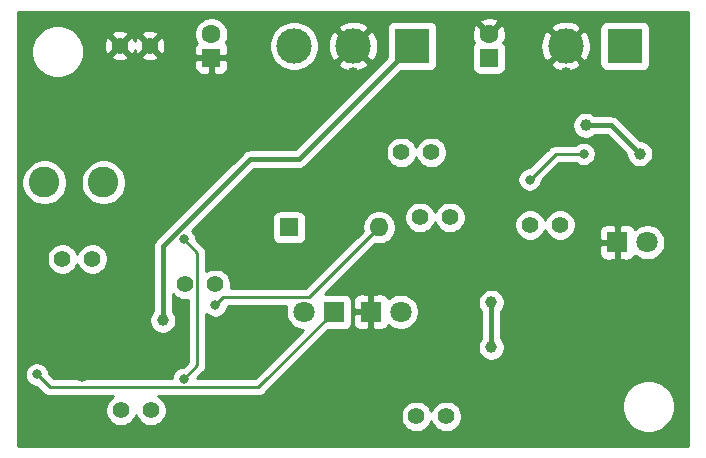
<source format=gbl>
%TF.GenerationSoftware,KiCad,Pcbnew,5.1.10-88a1d61d58~88~ubuntu18.04.1*%
%TF.CreationDate,2021-06-11T13:40:42+04:00*%
%TF.ProjectId,DetecteurPresence,44657465-6374-4657-9572-50726573656e,1.0*%
%TF.SameCoordinates,Original*%
%TF.FileFunction,Copper,L2,Bot*%
%TF.FilePolarity,Positive*%
%FSLAX46Y46*%
G04 Gerber Fmt 4.6, Leading zero omitted, Abs format (unit mm)*
G04 Created by KiCad (PCBNEW 5.1.10-88a1d61d58~88~ubuntu18.04.1) date 2021-06-11 13:40:42*
%MOMM*%
%LPD*%
G01*
G04 APERTURE LIST*
%TA.AperFunction,ComponentPad*%
%ADD10C,1.400000*%
%TD*%
%TA.AperFunction,ComponentPad*%
%ADD11R,1.600000X1.600000*%
%TD*%
%TA.AperFunction,ComponentPad*%
%ADD12C,1.600000*%
%TD*%
%TA.AperFunction,ComponentPad*%
%ADD13C,1.800000*%
%TD*%
%TA.AperFunction,ComponentPad*%
%ADD14R,1.800000X1.800000*%
%TD*%
%TA.AperFunction,ComponentPad*%
%ADD15O,1.600000X1.600000*%
%TD*%
%TA.AperFunction,ComponentPad*%
%ADD16C,3.000000*%
%TD*%
%TA.AperFunction,ComponentPad*%
%ADD17R,3.000000X3.000000*%
%TD*%
%TA.AperFunction,ComponentPad*%
%ADD18C,2.600000*%
%TD*%
%TA.AperFunction,ViaPad*%
%ADD19C,0.800000*%
%TD*%
%TA.AperFunction,ViaPad*%
%ADD20C,1.000000*%
%TD*%
%TA.AperFunction,Conductor*%
%ADD21C,0.250000*%
%TD*%
%TA.AperFunction,Conductor*%
%ADD22C,0.400000*%
%TD*%
%TA.AperFunction,Conductor*%
%ADD23C,0.254000*%
%TD*%
%TA.AperFunction,Conductor*%
%ADD24C,0.100000*%
%TD*%
G04 APERTURE END LIST*
D10*
%TO.P,TP8,1*%
%TO.N,GND*%
X31775400Y-23469600D03*
X29235400Y-23469600D03*
%TD*%
D11*
%TO.P,C2,1*%
%TO.N,VCC*%
X60500000Y-24500000D03*
D12*
%TO.P,C2,2*%
%TO.N,GND*%
X60500000Y-22500000D03*
%TD*%
%TO.P,C3,2*%
%TO.N,VEE*%
X37000000Y-22500000D03*
D11*
%TO.P,C3,1*%
%TO.N,GND*%
X37000000Y-24500000D03*
%TD*%
D13*
%TO.P,D1,2*%
%TO.N,VEE*%
X44831000Y-46024800D03*
D14*
%TO.P,D1,1*%
%TO.N,Net-(C1-Pad2)*%
X47371000Y-46024800D03*
%TD*%
D11*
%TO.P,D2,1*%
%TO.N,/Vd*%
X43586400Y-38862000D03*
D15*
%TO.P,D2,2*%
%TO.N,/Va*%
X51206400Y-38862000D03*
%TD*%
D14*
%TO.P,D3,1*%
%TO.N,GND*%
X71374000Y-40132000D03*
D13*
%TO.P,D3,2*%
%TO.N,Net-(D3-Pad2)*%
X73914000Y-40132000D03*
%TD*%
D14*
%TO.P,D4,1*%
%TO.N,GND*%
X50500000Y-46000000D03*
D13*
%TO.P,D4,2*%
%TO.N,Net-(D4-Pad2)*%
X53040000Y-46000000D03*
%TD*%
D16*
%TO.P,J1,3*%
%TO.N,VEE*%
X44000000Y-23500000D03*
%TO.P,J1,2*%
%TO.N,GND*%
X49000000Y-23500000D03*
D17*
%TO.P,J1,1*%
%TO.N,VCC*%
X54000000Y-23500000D03*
%TD*%
%TO.P,J2,1*%
%TO.N,/Vir*%
X72000000Y-23500000D03*
D16*
%TO.P,J2,2*%
%TO.N,GND*%
X67000000Y-23500000D03*
%TD*%
D18*
%TO.P,L1,1*%
%TO.N,/Viu*%
X22860000Y-35052000D03*
%TO.P,L1,2*%
%TO.N,Net-(C6-Pad2)*%
X27860000Y-35052000D03*
%TD*%
D10*
%TO.P,TP1,1*%
%TO.N,/Viu*%
X24384000Y-41529000D03*
X26924000Y-41529000D03*
%TD*%
%TO.P,TP2,1*%
%TO.N,/Vf*%
X31877000Y-54356000D03*
X29337000Y-54356000D03*
%TD*%
%TO.P,TP3,1*%
%TO.N,/Va*%
X34798000Y-43688000D03*
X37338000Y-43688000D03*
%TD*%
%TO.P,TP4,1*%
%TO.N,/Vd*%
X53086000Y-32512000D03*
X55626000Y-32512000D03*
%TD*%
%TO.P,TP5,1*%
%TO.N,/Vir*%
X63982600Y-38658800D03*
X66522600Y-38658800D03*
%TD*%
%TO.P,TP6,1*%
%TO.N,/Vast*%
X56896000Y-54864000D03*
X54356000Y-54864000D03*
%TD*%
%TO.P,TP7,1*%
%TO.N,/Vref*%
X57200800Y-38023800D03*
X54660800Y-38023800D03*
%TD*%
D19*
%TO.N,Net-(C1-Pad2)*%
X22225000Y-51308000D03*
D20*
%TO.N,VCC*%
X60706000Y-45212000D03*
X60705984Y-49022000D03*
X73279000Y-32639000D03*
X68707000Y-30226000D03*
X32893000Y-46736000D03*
%TO.N,GND*%
X68072000Y-54610000D03*
X57912022Y-42672000D03*
X69138800Y-40182800D03*
X61772800Y-37592000D03*
X61747400Y-30022800D03*
X67056000Y-25781000D03*
X63500000Y-22479000D03*
X49022000Y-25781000D03*
X39370000Y-24511000D03*
X51308000Y-35687000D03*
X26035000Y-51435000D03*
X29337000Y-43815000D03*
X31115000Y-37719000D03*
X39878000Y-47117000D03*
D19*
%TO.N,/Vf*%
X34671000Y-51689000D03*
X34671000Y-39878000D03*
%TO.N,/Va*%
X37338000Y-45466000D03*
%TO.N,/Vref*%
X63957200Y-34823400D03*
X68529200Y-32639000D03*
%TD*%
D21*
%TO.N,Net-(C1-Pad2)*%
X40981799Y-52414001D02*
X47371000Y-46024800D01*
X23331001Y-52414001D02*
X40981799Y-52414001D01*
X22225000Y-51308000D02*
X23331001Y-52414001D01*
D22*
%TO.N,VCC*%
X60706000Y-45212000D02*
X60706000Y-49022000D01*
X60706000Y-49022000D02*
X60705984Y-49022000D01*
X73279000Y-32639000D02*
X70866000Y-30226000D01*
X70866000Y-30226000D02*
X68707000Y-30226000D01*
X40270001Y-33094997D02*
X44405003Y-33094997D01*
X32893000Y-40471998D02*
X40270001Y-33094997D01*
X44405003Y-33094997D02*
X54000000Y-23500000D01*
X32893000Y-46736000D02*
X32893000Y-40471998D01*
D21*
%TO.N,/Vf*%
X35823001Y-50536999D02*
X35823001Y-41030001D01*
X34671000Y-51689000D02*
X35823001Y-50536999D01*
X35823001Y-41030001D02*
X34671000Y-39878000D01*
%TO.N,/Va*%
X45268601Y-44799799D02*
X51206400Y-38862000D01*
X38004201Y-44799799D02*
X45268601Y-44799799D01*
X37338000Y-45466000D02*
X38004201Y-44799799D01*
%TO.N,/Vref*%
X63957200Y-34823400D02*
X66141600Y-32639000D01*
X66141600Y-32639000D02*
X68529200Y-32639000D01*
%TD*%
D23*
%TO.N,GND*%
X77340001Y-57340000D02*
X20660000Y-57340000D01*
X20660000Y-51206061D01*
X21190000Y-51206061D01*
X21190000Y-51409939D01*
X21229774Y-51609898D01*
X21307795Y-51798256D01*
X21421063Y-51967774D01*
X21565226Y-52111937D01*
X21734744Y-52225205D01*
X21923102Y-52303226D01*
X22123061Y-52343000D01*
X22185199Y-52343000D01*
X22767202Y-52925004D01*
X22791000Y-52954002D01*
X22906725Y-53048975D01*
X23038754Y-53119547D01*
X23182015Y-53163004D01*
X23282886Y-53172939D01*
X23331001Y-53177678D01*
X23368334Y-53174001D01*
X28703052Y-53174001D01*
X28485987Y-53319038D01*
X28300038Y-53504987D01*
X28153939Y-53723641D01*
X28053304Y-53966595D01*
X28002000Y-54224514D01*
X28002000Y-54487486D01*
X28053304Y-54745405D01*
X28153939Y-54988359D01*
X28300038Y-55207013D01*
X28485987Y-55392962D01*
X28704641Y-55539061D01*
X28947595Y-55639696D01*
X29205514Y-55691000D01*
X29468486Y-55691000D01*
X29726405Y-55639696D01*
X29969359Y-55539061D01*
X30188013Y-55392962D01*
X30373962Y-55207013D01*
X30520061Y-54988359D01*
X30607000Y-54778470D01*
X30693939Y-54988359D01*
X30840038Y-55207013D01*
X31025987Y-55392962D01*
X31244641Y-55539061D01*
X31487595Y-55639696D01*
X31745514Y-55691000D01*
X32008486Y-55691000D01*
X32266405Y-55639696D01*
X32509359Y-55539061D01*
X32728013Y-55392962D01*
X32913962Y-55207013D01*
X33060061Y-54988359D01*
X33160696Y-54745405D01*
X33163260Y-54732514D01*
X53021000Y-54732514D01*
X53021000Y-54995486D01*
X53072304Y-55253405D01*
X53172939Y-55496359D01*
X53319038Y-55715013D01*
X53504987Y-55900962D01*
X53723641Y-56047061D01*
X53966595Y-56147696D01*
X54224514Y-56199000D01*
X54487486Y-56199000D01*
X54745405Y-56147696D01*
X54988359Y-56047061D01*
X55207013Y-55900962D01*
X55392962Y-55715013D01*
X55539061Y-55496359D01*
X55626000Y-55286470D01*
X55712939Y-55496359D01*
X55859038Y-55715013D01*
X56044987Y-55900962D01*
X56263641Y-56047061D01*
X56506595Y-56147696D01*
X56764514Y-56199000D01*
X57027486Y-56199000D01*
X57285405Y-56147696D01*
X57528359Y-56047061D01*
X57747013Y-55900962D01*
X57932962Y-55715013D01*
X58079061Y-55496359D01*
X58179696Y-55253405D01*
X58231000Y-54995486D01*
X58231000Y-54732514D01*
X58179696Y-54474595D01*
X58079061Y-54231641D01*
X57932962Y-54012987D01*
X57747013Y-53827038D01*
X57676424Y-53779872D01*
X71765000Y-53779872D01*
X71765000Y-54220128D01*
X71850890Y-54651925D01*
X72019369Y-55058669D01*
X72263962Y-55424729D01*
X72575271Y-55736038D01*
X72941331Y-55980631D01*
X73348075Y-56149110D01*
X73779872Y-56235000D01*
X74220128Y-56235000D01*
X74651925Y-56149110D01*
X75058669Y-55980631D01*
X75424729Y-55736038D01*
X75736038Y-55424729D01*
X75980631Y-55058669D01*
X76149110Y-54651925D01*
X76235000Y-54220128D01*
X76235000Y-53779872D01*
X76149110Y-53348075D01*
X75980631Y-52941331D01*
X75736038Y-52575271D01*
X75424729Y-52263962D01*
X75058669Y-52019369D01*
X74651925Y-51850890D01*
X74220128Y-51765000D01*
X73779872Y-51765000D01*
X73348075Y-51850890D01*
X72941331Y-52019369D01*
X72575271Y-52263962D01*
X72263962Y-52575271D01*
X72019369Y-52941331D01*
X71850890Y-53348075D01*
X71765000Y-53779872D01*
X57676424Y-53779872D01*
X57528359Y-53680939D01*
X57285405Y-53580304D01*
X57027486Y-53529000D01*
X56764514Y-53529000D01*
X56506595Y-53580304D01*
X56263641Y-53680939D01*
X56044987Y-53827038D01*
X55859038Y-54012987D01*
X55712939Y-54231641D01*
X55626000Y-54441530D01*
X55539061Y-54231641D01*
X55392962Y-54012987D01*
X55207013Y-53827038D01*
X54988359Y-53680939D01*
X54745405Y-53580304D01*
X54487486Y-53529000D01*
X54224514Y-53529000D01*
X53966595Y-53580304D01*
X53723641Y-53680939D01*
X53504987Y-53827038D01*
X53319038Y-54012987D01*
X53172939Y-54231641D01*
X53072304Y-54474595D01*
X53021000Y-54732514D01*
X33163260Y-54732514D01*
X33212000Y-54487486D01*
X33212000Y-54224514D01*
X33160696Y-53966595D01*
X33060061Y-53723641D01*
X32913962Y-53504987D01*
X32728013Y-53319038D01*
X32510948Y-53174001D01*
X40944477Y-53174001D01*
X40981799Y-53177677D01*
X41019121Y-53174001D01*
X41019132Y-53174001D01*
X41130785Y-53163004D01*
X41274046Y-53119547D01*
X41406075Y-53048975D01*
X41521800Y-52954002D01*
X41545603Y-52924998D01*
X45560389Y-48910212D01*
X59570984Y-48910212D01*
X59570984Y-49133788D01*
X59614601Y-49353067D01*
X59700160Y-49559624D01*
X59824372Y-49745520D01*
X59982464Y-49903612D01*
X60168360Y-50027824D01*
X60374917Y-50113383D01*
X60594196Y-50157000D01*
X60817772Y-50157000D01*
X61037051Y-50113383D01*
X61243608Y-50027824D01*
X61429504Y-49903612D01*
X61587596Y-49745520D01*
X61711808Y-49559624D01*
X61797367Y-49353067D01*
X61840984Y-49133788D01*
X61840984Y-48910212D01*
X61797367Y-48690933D01*
X61711808Y-48484376D01*
X61587596Y-48298480D01*
X61541000Y-48251884D01*
X61541000Y-45982132D01*
X61587612Y-45935520D01*
X61711824Y-45749624D01*
X61797383Y-45543067D01*
X61841000Y-45323788D01*
X61841000Y-45100212D01*
X61797383Y-44880933D01*
X61711824Y-44674376D01*
X61587612Y-44488480D01*
X61429520Y-44330388D01*
X61243624Y-44206176D01*
X61037067Y-44120617D01*
X60817788Y-44077000D01*
X60594212Y-44077000D01*
X60374933Y-44120617D01*
X60168376Y-44206176D01*
X59982480Y-44330388D01*
X59824388Y-44488480D01*
X59700176Y-44674376D01*
X59614617Y-44880933D01*
X59571000Y-45100212D01*
X59571000Y-45323788D01*
X59614617Y-45543067D01*
X59700176Y-45749624D01*
X59824388Y-45935520D01*
X59871000Y-45982132D01*
X59871001Y-48251851D01*
X59824372Y-48298480D01*
X59700160Y-48484376D01*
X59614601Y-48690933D01*
X59570984Y-48910212D01*
X45560389Y-48910212D01*
X46907730Y-47562872D01*
X48271000Y-47562872D01*
X48395482Y-47550612D01*
X48515180Y-47514302D01*
X48625494Y-47455337D01*
X48722185Y-47375985D01*
X48801537Y-47279294D01*
X48860502Y-47168980D01*
X48896812Y-47049282D01*
X48909072Y-46924800D01*
X48909072Y-46900000D01*
X48961928Y-46900000D01*
X48974188Y-47024482D01*
X49010498Y-47144180D01*
X49069463Y-47254494D01*
X49148815Y-47351185D01*
X49245506Y-47430537D01*
X49355820Y-47489502D01*
X49475518Y-47525812D01*
X49600000Y-47538072D01*
X50214250Y-47535000D01*
X50373000Y-47376250D01*
X50373000Y-46127000D01*
X49123750Y-46127000D01*
X48965000Y-46285750D01*
X48961928Y-46900000D01*
X48909072Y-46900000D01*
X48909072Y-45124800D01*
X48906630Y-45100000D01*
X48961928Y-45100000D01*
X48965000Y-45714250D01*
X49123750Y-45873000D01*
X50373000Y-45873000D01*
X50373000Y-44623750D01*
X50627000Y-44623750D01*
X50627000Y-45873000D01*
X50647000Y-45873000D01*
X50647000Y-46127000D01*
X50627000Y-46127000D01*
X50627000Y-47376250D01*
X50785750Y-47535000D01*
X51400000Y-47538072D01*
X51524482Y-47525812D01*
X51644180Y-47489502D01*
X51754494Y-47430537D01*
X51851185Y-47351185D01*
X51930537Y-47254494D01*
X51989502Y-47144180D01*
X51995056Y-47125873D01*
X52061495Y-47192312D01*
X52312905Y-47360299D01*
X52592257Y-47476011D01*
X52888816Y-47535000D01*
X53191184Y-47535000D01*
X53487743Y-47476011D01*
X53767095Y-47360299D01*
X54018505Y-47192312D01*
X54232312Y-46978505D01*
X54400299Y-46727095D01*
X54516011Y-46447743D01*
X54575000Y-46151184D01*
X54575000Y-45848816D01*
X54516011Y-45552257D01*
X54400299Y-45272905D01*
X54232312Y-45021495D01*
X54018505Y-44807688D01*
X53767095Y-44639701D01*
X53487743Y-44523989D01*
X53191184Y-44465000D01*
X52888816Y-44465000D01*
X52592257Y-44523989D01*
X52312905Y-44639701D01*
X52061495Y-44807688D01*
X51995056Y-44874127D01*
X51989502Y-44855820D01*
X51930537Y-44745506D01*
X51851185Y-44648815D01*
X51754494Y-44569463D01*
X51644180Y-44510498D01*
X51524482Y-44474188D01*
X51400000Y-44461928D01*
X50785750Y-44465000D01*
X50627000Y-44623750D01*
X50373000Y-44623750D01*
X50214250Y-44465000D01*
X49600000Y-44461928D01*
X49475518Y-44474188D01*
X49355820Y-44510498D01*
X49245506Y-44569463D01*
X49148815Y-44648815D01*
X49069463Y-44745506D01*
X49010498Y-44855820D01*
X48974188Y-44975518D01*
X48961928Y-45100000D01*
X48906630Y-45100000D01*
X48896812Y-45000318D01*
X48860502Y-44880620D01*
X48801537Y-44770306D01*
X48722185Y-44673615D01*
X48625494Y-44594263D01*
X48515180Y-44535298D01*
X48395482Y-44498988D01*
X48271000Y-44486728D01*
X46656473Y-44486728D01*
X50111201Y-41032000D01*
X69835928Y-41032000D01*
X69848188Y-41156482D01*
X69884498Y-41276180D01*
X69943463Y-41386494D01*
X70022815Y-41483185D01*
X70119506Y-41562537D01*
X70229820Y-41621502D01*
X70349518Y-41657812D01*
X70474000Y-41670072D01*
X71088250Y-41667000D01*
X71247000Y-41508250D01*
X71247000Y-40259000D01*
X69997750Y-40259000D01*
X69839000Y-40417750D01*
X69835928Y-41032000D01*
X50111201Y-41032000D01*
X50882514Y-40260688D01*
X51065065Y-40297000D01*
X51347735Y-40297000D01*
X51624974Y-40241853D01*
X51886127Y-40133680D01*
X52121159Y-39976637D01*
X52321037Y-39776759D01*
X52478080Y-39541727D01*
X52586253Y-39280574D01*
X52641400Y-39003335D01*
X52641400Y-38720665D01*
X52586253Y-38443426D01*
X52478080Y-38182273D01*
X52321037Y-37947241D01*
X52266110Y-37892314D01*
X53325800Y-37892314D01*
X53325800Y-38155286D01*
X53377104Y-38413205D01*
X53477739Y-38656159D01*
X53623838Y-38874813D01*
X53809787Y-39060762D01*
X54028441Y-39206861D01*
X54271395Y-39307496D01*
X54529314Y-39358800D01*
X54792286Y-39358800D01*
X55050205Y-39307496D01*
X55293159Y-39206861D01*
X55511813Y-39060762D01*
X55697762Y-38874813D01*
X55843861Y-38656159D01*
X55930800Y-38446270D01*
X56017739Y-38656159D01*
X56163838Y-38874813D01*
X56349787Y-39060762D01*
X56568441Y-39206861D01*
X56811395Y-39307496D01*
X57069314Y-39358800D01*
X57332286Y-39358800D01*
X57590205Y-39307496D01*
X57833159Y-39206861D01*
X58051813Y-39060762D01*
X58237762Y-38874813D01*
X58383861Y-38656159D01*
X58437230Y-38527314D01*
X62647600Y-38527314D01*
X62647600Y-38790286D01*
X62698904Y-39048205D01*
X62799539Y-39291159D01*
X62945638Y-39509813D01*
X63131587Y-39695762D01*
X63350241Y-39841861D01*
X63593195Y-39942496D01*
X63851114Y-39993800D01*
X64114086Y-39993800D01*
X64372005Y-39942496D01*
X64614959Y-39841861D01*
X64833613Y-39695762D01*
X65019562Y-39509813D01*
X65165661Y-39291159D01*
X65252600Y-39081270D01*
X65339539Y-39291159D01*
X65485638Y-39509813D01*
X65671587Y-39695762D01*
X65890241Y-39841861D01*
X66133195Y-39942496D01*
X66391114Y-39993800D01*
X66654086Y-39993800D01*
X66912005Y-39942496D01*
X67154959Y-39841861D01*
X67373613Y-39695762D01*
X67559562Y-39509813D01*
X67705661Y-39291159D01*
X67730165Y-39232000D01*
X69835928Y-39232000D01*
X69839000Y-39846250D01*
X69997750Y-40005000D01*
X71247000Y-40005000D01*
X71247000Y-38755750D01*
X71501000Y-38755750D01*
X71501000Y-40005000D01*
X71521000Y-40005000D01*
X71521000Y-40259000D01*
X71501000Y-40259000D01*
X71501000Y-41508250D01*
X71659750Y-41667000D01*
X72274000Y-41670072D01*
X72398482Y-41657812D01*
X72518180Y-41621502D01*
X72628494Y-41562537D01*
X72725185Y-41483185D01*
X72804537Y-41386494D01*
X72863502Y-41276180D01*
X72869056Y-41257873D01*
X72935495Y-41324312D01*
X73186905Y-41492299D01*
X73466257Y-41608011D01*
X73762816Y-41667000D01*
X74065184Y-41667000D01*
X74361743Y-41608011D01*
X74641095Y-41492299D01*
X74892505Y-41324312D01*
X75106312Y-41110505D01*
X75274299Y-40859095D01*
X75390011Y-40579743D01*
X75449000Y-40283184D01*
X75449000Y-39980816D01*
X75390011Y-39684257D01*
X75274299Y-39404905D01*
X75106312Y-39153495D01*
X74892505Y-38939688D01*
X74641095Y-38771701D01*
X74361743Y-38655989D01*
X74065184Y-38597000D01*
X73762816Y-38597000D01*
X73466257Y-38655989D01*
X73186905Y-38771701D01*
X72935495Y-38939688D01*
X72869056Y-39006127D01*
X72863502Y-38987820D01*
X72804537Y-38877506D01*
X72725185Y-38780815D01*
X72628494Y-38701463D01*
X72518180Y-38642498D01*
X72398482Y-38606188D01*
X72274000Y-38593928D01*
X71659750Y-38597000D01*
X71501000Y-38755750D01*
X71247000Y-38755750D01*
X71088250Y-38597000D01*
X70474000Y-38593928D01*
X70349518Y-38606188D01*
X70229820Y-38642498D01*
X70119506Y-38701463D01*
X70022815Y-38780815D01*
X69943463Y-38877506D01*
X69884498Y-38987820D01*
X69848188Y-39107518D01*
X69835928Y-39232000D01*
X67730165Y-39232000D01*
X67806296Y-39048205D01*
X67857600Y-38790286D01*
X67857600Y-38527314D01*
X67806296Y-38269395D01*
X67705661Y-38026441D01*
X67559562Y-37807787D01*
X67373613Y-37621838D01*
X67154959Y-37475739D01*
X66912005Y-37375104D01*
X66654086Y-37323800D01*
X66391114Y-37323800D01*
X66133195Y-37375104D01*
X65890241Y-37475739D01*
X65671587Y-37621838D01*
X65485638Y-37807787D01*
X65339539Y-38026441D01*
X65252600Y-38236330D01*
X65165661Y-38026441D01*
X65019562Y-37807787D01*
X64833613Y-37621838D01*
X64614959Y-37475739D01*
X64372005Y-37375104D01*
X64114086Y-37323800D01*
X63851114Y-37323800D01*
X63593195Y-37375104D01*
X63350241Y-37475739D01*
X63131587Y-37621838D01*
X62945638Y-37807787D01*
X62799539Y-38026441D01*
X62698904Y-38269395D01*
X62647600Y-38527314D01*
X58437230Y-38527314D01*
X58484496Y-38413205D01*
X58535800Y-38155286D01*
X58535800Y-37892314D01*
X58484496Y-37634395D01*
X58383861Y-37391441D01*
X58237762Y-37172787D01*
X58051813Y-36986838D01*
X57833159Y-36840739D01*
X57590205Y-36740104D01*
X57332286Y-36688800D01*
X57069314Y-36688800D01*
X56811395Y-36740104D01*
X56568441Y-36840739D01*
X56349787Y-36986838D01*
X56163838Y-37172787D01*
X56017739Y-37391441D01*
X55930800Y-37601330D01*
X55843861Y-37391441D01*
X55697762Y-37172787D01*
X55511813Y-36986838D01*
X55293159Y-36840739D01*
X55050205Y-36740104D01*
X54792286Y-36688800D01*
X54529314Y-36688800D01*
X54271395Y-36740104D01*
X54028441Y-36840739D01*
X53809787Y-36986838D01*
X53623838Y-37172787D01*
X53477739Y-37391441D01*
X53377104Y-37634395D01*
X53325800Y-37892314D01*
X52266110Y-37892314D01*
X52121159Y-37747363D01*
X51886127Y-37590320D01*
X51624974Y-37482147D01*
X51347735Y-37427000D01*
X51065065Y-37427000D01*
X50787826Y-37482147D01*
X50526673Y-37590320D01*
X50291641Y-37747363D01*
X50091763Y-37947241D01*
X49934720Y-38182273D01*
X49826547Y-38443426D01*
X49771400Y-38720665D01*
X49771400Y-39003335D01*
X49807712Y-39185886D01*
X44953800Y-44039799D01*
X38629176Y-44039799D01*
X38673000Y-43819486D01*
X38673000Y-43556514D01*
X38621696Y-43298595D01*
X38521061Y-43055641D01*
X38374962Y-42836987D01*
X38189013Y-42651038D01*
X37970359Y-42504939D01*
X37727405Y-42404304D01*
X37469486Y-42353000D01*
X37206514Y-42353000D01*
X36948595Y-42404304D01*
X36705641Y-42504939D01*
X36583001Y-42586884D01*
X36583001Y-41067323D01*
X36586677Y-41030000D01*
X36583001Y-40992677D01*
X36583001Y-40992668D01*
X36572004Y-40881015D01*
X36528547Y-40737754D01*
X36457975Y-40605725D01*
X36436652Y-40579743D01*
X36386800Y-40518997D01*
X36386796Y-40518993D01*
X36363002Y-40490000D01*
X36334009Y-40466206D01*
X35706000Y-39838198D01*
X35706000Y-39776061D01*
X35666226Y-39576102D01*
X35588205Y-39387744D01*
X35474937Y-39218226D01*
X35401288Y-39144577D01*
X36483865Y-38062000D01*
X42148328Y-38062000D01*
X42148328Y-39662000D01*
X42160588Y-39786482D01*
X42196898Y-39906180D01*
X42255863Y-40016494D01*
X42335215Y-40113185D01*
X42431906Y-40192537D01*
X42542220Y-40251502D01*
X42661918Y-40287812D01*
X42786400Y-40300072D01*
X44386400Y-40300072D01*
X44510882Y-40287812D01*
X44630580Y-40251502D01*
X44740894Y-40192537D01*
X44837585Y-40113185D01*
X44916937Y-40016494D01*
X44975902Y-39906180D01*
X45012212Y-39786482D01*
X45024472Y-39662000D01*
X45024472Y-38062000D01*
X45012212Y-37937518D01*
X44975902Y-37817820D01*
X44916937Y-37707506D01*
X44837585Y-37610815D01*
X44740894Y-37531463D01*
X44630580Y-37472498D01*
X44510882Y-37436188D01*
X44386400Y-37423928D01*
X42786400Y-37423928D01*
X42661918Y-37436188D01*
X42542220Y-37472498D01*
X42431906Y-37531463D01*
X42335215Y-37610815D01*
X42255863Y-37707506D01*
X42196898Y-37817820D01*
X42160588Y-37937518D01*
X42148328Y-38062000D01*
X36483865Y-38062000D01*
X39824405Y-34721461D01*
X62922200Y-34721461D01*
X62922200Y-34925339D01*
X62961974Y-35125298D01*
X63039995Y-35313656D01*
X63153263Y-35483174D01*
X63297426Y-35627337D01*
X63466944Y-35740605D01*
X63655302Y-35818626D01*
X63855261Y-35858400D01*
X64059139Y-35858400D01*
X64259098Y-35818626D01*
X64447456Y-35740605D01*
X64616974Y-35627337D01*
X64761137Y-35483174D01*
X64874405Y-35313656D01*
X64952426Y-35125298D01*
X64992200Y-34925339D01*
X64992200Y-34863201D01*
X66456402Y-33399000D01*
X67825489Y-33399000D01*
X67869426Y-33442937D01*
X68038944Y-33556205D01*
X68227302Y-33634226D01*
X68427261Y-33674000D01*
X68631139Y-33674000D01*
X68831098Y-33634226D01*
X69019456Y-33556205D01*
X69188974Y-33442937D01*
X69333137Y-33298774D01*
X69446405Y-33129256D01*
X69524426Y-32940898D01*
X69564200Y-32740939D01*
X69564200Y-32537061D01*
X69524426Y-32337102D01*
X69446405Y-32148744D01*
X69333137Y-31979226D01*
X69188974Y-31835063D01*
X69019456Y-31721795D01*
X68831098Y-31643774D01*
X68631139Y-31604000D01*
X68427261Y-31604000D01*
X68227302Y-31643774D01*
X68038944Y-31721795D01*
X67869426Y-31835063D01*
X67825489Y-31879000D01*
X66178922Y-31879000D01*
X66141599Y-31875324D01*
X66104276Y-31879000D01*
X66104267Y-31879000D01*
X65992614Y-31889997D01*
X65849353Y-31933454D01*
X65717323Y-32004026D01*
X65633683Y-32072668D01*
X65601599Y-32098999D01*
X65577801Y-32127997D01*
X63917399Y-33788400D01*
X63855261Y-33788400D01*
X63655302Y-33828174D01*
X63466944Y-33906195D01*
X63297426Y-34019463D01*
X63153263Y-34163626D01*
X63039995Y-34333144D01*
X62961974Y-34521502D01*
X62922200Y-34721461D01*
X39824405Y-34721461D01*
X40615870Y-33929997D01*
X44363985Y-33929997D01*
X44405003Y-33934037D01*
X44446021Y-33929997D01*
X44446022Y-33929997D01*
X44568692Y-33917915D01*
X44726090Y-33870169D01*
X44871149Y-33792633D01*
X44998294Y-33688288D01*
X45024449Y-33656418D01*
X46300353Y-32380514D01*
X51751000Y-32380514D01*
X51751000Y-32643486D01*
X51802304Y-32901405D01*
X51902939Y-33144359D01*
X52049038Y-33363013D01*
X52234987Y-33548962D01*
X52453641Y-33695061D01*
X52696595Y-33795696D01*
X52954514Y-33847000D01*
X53217486Y-33847000D01*
X53475405Y-33795696D01*
X53718359Y-33695061D01*
X53937013Y-33548962D01*
X54122962Y-33363013D01*
X54269061Y-33144359D01*
X54356000Y-32934470D01*
X54442939Y-33144359D01*
X54589038Y-33363013D01*
X54774987Y-33548962D01*
X54993641Y-33695061D01*
X55236595Y-33795696D01*
X55494514Y-33847000D01*
X55757486Y-33847000D01*
X56015405Y-33795696D01*
X56258359Y-33695061D01*
X56477013Y-33548962D01*
X56662962Y-33363013D01*
X56809061Y-33144359D01*
X56909696Y-32901405D01*
X56961000Y-32643486D01*
X56961000Y-32380514D01*
X56909696Y-32122595D01*
X56809061Y-31879641D01*
X56662962Y-31660987D01*
X56477013Y-31475038D01*
X56258359Y-31328939D01*
X56015405Y-31228304D01*
X55757486Y-31177000D01*
X55494514Y-31177000D01*
X55236595Y-31228304D01*
X54993641Y-31328939D01*
X54774987Y-31475038D01*
X54589038Y-31660987D01*
X54442939Y-31879641D01*
X54356000Y-32089530D01*
X54269061Y-31879641D01*
X54122962Y-31660987D01*
X53937013Y-31475038D01*
X53718359Y-31328939D01*
X53475405Y-31228304D01*
X53217486Y-31177000D01*
X52954514Y-31177000D01*
X52696595Y-31228304D01*
X52453641Y-31328939D01*
X52234987Y-31475038D01*
X52049038Y-31660987D01*
X51902939Y-31879641D01*
X51802304Y-32122595D01*
X51751000Y-32380514D01*
X46300353Y-32380514D01*
X48566655Y-30114212D01*
X67572000Y-30114212D01*
X67572000Y-30337788D01*
X67615617Y-30557067D01*
X67701176Y-30763624D01*
X67825388Y-30949520D01*
X67983480Y-31107612D01*
X68169376Y-31231824D01*
X68375933Y-31317383D01*
X68595212Y-31361000D01*
X68818788Y-31361000D01*
X69038067Y-31317383D01*
X69244624Y-31231824D01*
X69430520Y-31107612D01*
X69477132Y-31061000D01*
X70520133Y-31061000D01*
X72144000Y-32684868D01*
X72144000Y-32750788D01*
X72187617Y-32970067D01*
X72273176Y-33176624D01*
X72397388Y-33362520D01*
X72555480Y-33520612D01*
X72741376Y-33644824D01*
X72947933Y-33730383D01*
X73167212Y-33774000D01*
X73390788Y-33774000D01*
X73610067Y-33730383D01*
X73816624Y-33644824D01*
X74002520Y-33520612D01*
X74160612Y-33362520D01*
X74284824Y-33176624D01*
X74370383Y-32970067D01*
X74414000Y-32750788D01*
X74414000Y-32527212D01*
X74370383Y-32307933D01*
X74284824Y-32101376D01*
X74160612Y-31915480D01*
X74002520Y-31757388D01*
X73816624Y-31633176D01*
X73610067Y-31547617D01*
X73390788Y-31504000D01*
X73324868Y-31504000D01*
X71485446Y-29664579D01*
X71459291Y-29632709D01*
X71332146Y-29528364D01*
X71187087Y-29450828D01*
X71029689Y-29403082D01*
X70907019Y-29391000D01*
X70907018Y-29391000D01*
X70866000Y-29386960D01*
X70824982Y-29391000D01*
X69477132Y-29391000D01*
X69430520Y-29344388D01*
X69244624Y-29220176D01*
X69038067Y-29134617D01*
X68818788Y-29091000D01*
X68595212Y-29091000D01*
X68375933Y-29134617D01*
X68169376Y-29220176D01*
X67983480Y-29344388D01*
X67825388Y-29502480D01*
X67701176Y-29688376D01*
X67615617Y-29894933D01*
X67572000Y-30114212D01*
X48566655Y-30114212D01*
X53042797Y-25638072D01*
X55500000Y-25638072D01*
X55624482Y-25625812D01*
X55744180Y-25589502D01*
X55854494Y-25530537D01*
X55951185Y-25451185D01*
X56030537Y-25354494D01*
X56089502Y-25244180D01*
X56125812Y-25124482D01*
X56138072Y-25000000D01*
X56138072Y-22570512D01*
X59059783Y-22570512D01*
X59101213Y-22850130D01*
X59196397Y-23116292D01*
X59261616Y-23238309D01*
X59248815Y-23248815D01*
X59169463Y-23345506D01*
X59110498Y-23455820D01*
X59074188Y-23575518D01*
X59061928Y-23700000D01*
X59061928Y-25300000D01*
X59074188Y-25424482D01*
X59110498Y-25544180D01*
X59169463Y-25654494D01*
X59248815Y-25751185D01*
X59345506Y-25830537D01*
X59455820Y-25889502D01*
X59575518Y-25925812D01*
X59700000Y-25938072D01*
X61300000Y-25938072D01*
X61424482Y-25925812D01*
X61544180Y-25889502D01*
X61654494Y-25830537D01*
X61751185Y-25751185D01*
X61830537Y-25654494D01*
X61889502Y-25544180D01*
X61925812Y-25424482D01*
X61938072Y-25300000D01*
X61938072Y-24991653D01*
X65687952Y-24991653D01*
X65843962Y-25307214D01*
X66218745Y-25498020D01*
X66623551Y-25612044D01*
X67042824Y-25644902D01*
X67460451Y-25595334D01*
X67860383Y-25465243D01*
X68156038Y-25307214D01*
X68312048Y-24991653D01*
X67000000Y-23679605D01*
X65687952Y-24991653D01*
X61938072Y-24991653D01*
X61938072Y-23700000D01*
X61925812Y-23575518D01*
X61915895Y-23542824D01*
X64855098Y-23542824D01*
X64904666Y-23960451D01*
X65034757Y-24360383D01*
X65192786Y-24656038D01*
X65508347Y-24812048D01*
X66820395Y-23500000D01*
X67179605Y-23500000D01*
X68491653Y-24812048D01*
X68807214Y-24656038D01*
X68998020Y-24281255D01*
X69112044Y-23876449D01*
X69144902Y-23457176D01*
X69095334Y-23039549D01*
X68965243Y-22639617D01*
X68807214Y-22343962D01*
X68491653Y-22187952D01*
X67179605Y-23500000D01*
X66820395Y-23500000D01*
X65508347Y-22187952D01*
X65192786Y-22343962D01*
X65001980Y-22718745D01*
X64887956Y-23123551D01*
X64855098Y-23542824D01*
X61915895Y-23542824D01*
X61889502Y-23455820D01*
X61830537Y-23345506D01*
X61751185Y-23248815D01*
X61738242Y-23238193D01*
X61857571Y-22986004D01*
X61926300Y-22711816D01*
X61940217Y-22429488D01*
X61898787Y-22149870D01*
X61848176Y-22008347D01*
X65687952Y-22008347D01*
X67000000Y-23320395D01*
X68312048Y-22008347D01*
X68307922Y-22000000D01*
X69861928Y-22000000D01*
X69861928Y-25000000D01*
X69874188Y-25124482D01*
X69910498Y-25244180D01*
X69969463Y-25354494D01*
X70048815Y-25451185D01*
X70145506Y-25530537D01*
X70255820Y-25589502D01*
X70375518Y-25625812D01*
X70500000Y-25638072D01*
X73500000Y-25638072D01*
X73624482Y-25625812D01*
X73744180Y-25589502D01*
X73854494Y-25530537D01*
X73951185Y-25451185D01*
X74030537Y-25354494D01*
X74089502Y-25244180D01*
X74125812Y-25124482D01*
X74138072Y-25000000D01*
X74138072Y-22000000D01*
X74125812Y-21875518D01*
X74089502Y-21755820D01*
X74030537Y-21645506D01*
X73951185Y-21548815D01*
X73854494Y-21469463D01*
X73744180Y-21410498D01*
X73624482Y-21374188D01*
X73500000Y-21361928D01*
X70500000Y-21361928D01*
X70375518Y-21374188D01*
X70255820Y-21410498D01*
X70145506Y-21469463D01*
X70048815Y-21548815D01*
X69969463Y-21645506D01*
X69910498Y-21755820D01*
X69874188Y-21875518D01*
X69861928Y-22000000D01*
X68307922Y-22000000D01*
X68156038Y-21692786D01*
X67781255Y-21501980D01*
X67376449Y-21387956D01*
X66957176Y-21355098D01*
X66539549Y-21404666D01*
X66139617Y-21534757D01*
X65843962Y-21692786D01*
X65687952Y-22008347D01*
X61848176Y-22008347D01*
X61803603Y-21883708D01*
X61736671Y-21758486D01*
X61492702Y-21686903D01*
X60679605Y-22500000D01*
X60693748Y-22514143D01*
X60514143Y-22693748D01*
X60500000Y-22679605D01*
X60485858Y-22693748D01*
X60306253Y-22514143D01*
X60320395Y-22500000D01*
X59507298Y-21686903D01*
X59263329Y-21758486D01*
X59142429Y-22013996D01*
X59073700Y-22288184D01*
X59059783Y-22570512D01*
X56138072Y-22570512D01*
X56138072Y-22000000D01*
X56125812Y-21875518D01*
X56089502Y-21755820D01*
X56030537Y-21645506D01*
X55951185Y-21548815D01*
X55900597Y-21507298D01*
X59686903Y-21507298D01*
X60500000Y-22320395D01*
X61313097Y-21507298D01*
X61241514Y-21263329D01*
X60986004Y-21142429D01*
X60711816Y-21073700D01*
X60429488Y-21059783D01*
X60149870Y-21101213D01*
X59883708Y-21196397D01*
X59758486Y-21263329D01*
X59686903Y-21507298D01*
X55900597Y-21507298D01*
X55854494Y-21469463D01*
X55744180Y-21410498D01*
X55624482Y-21374188D01*
X55500000Y-21361928D01*
X52500000Y-21361928D01*
X52375518Y-21374188D01*
X52255820Y-21410498D01*
X52145506Y-21469463D01*
X52048815Y-21548815D01*
X51969463Y-21645506D01*
X51910498Y-21755820D01*
X51874188Y-21875518D01*
X51861928Y-22000000D01*
X51861928Y-24457203D01*
X44059136Y-32259997D01*
X40311019Y-32259997D01*
X40270001Y-32255957D01*
X40228982Y-32259997D01*
X40106312Y-32272079D01*
X39948914Y-32319825D01*
X39803855Y-32397361D01*
X39676710Y-32501706D01*
X39650564Y-32533565D01*
X32331574Y-39852557D01*
X32299710Y-39878707D01*
X32273562Y-39910569D01*
X32195364Y-40005853D01*
X32117828Y-40150912D01*
X32070082Y-40308310D01*
X32053960Y-40471998D01*
X32058001Y-40513026D01*
X32058000Y-45965868D01*
X32011388Y-46012480D01*
X31887176Y-46198376D01*
X31801617Y-46404933D01*
X31758000Y-46624212D01*
X31758000Y-46847788D01*
X31801617Y-47067067D01*
X31887176Y-47273624D01*
X32011388Y-47459520D01*
X32169480Y-47617612D01*
X32355376Y-47741824D01*
X32561933Y-47827383D01*
X32781212Y-47871000D01*
X33004788Y-47871000D01*
X33224067Y-47827383D01*
X33430624Y-47741824D01*
X33616520Y-47617612D01*
X33774612Y-47459520D01*
X33898824Y-47273624D01*
X33984383Y-47067067D01*
X34028000Y-46847788D01*
X34028000Y-46624212D01*
X33984383Y-46404933D01*
X33898824Y-46198376D01*
X33774612Y-46012480D01*
X33728000Y-45965868D01*
X33728000Y-44489568D01*
X33761038Y-44539013D01*
X33946987Y-44724962D01*
X34165641Y-44871061D01*
X34408595Y-44971696D01*
X34666514Y-45023000D01*
X34929486Y-45023000D01*
X35063002Y-44996442D01*
X35063001Y-50222196D01*
X34631198Y-50654000D01*
X34569061Y-50654000D01*
X34369102Y-50693774D01*
X34180744Y-50771795D01*
X34011226Y-50885063D01*
X33867063Y-51029226D01*
X33753795Y-51198744D01*
X33675774Y-51387102D01*
X33636000Y-51587061D01*
X33636000Y-51654001D01*
X23645803Y-51654001D01*
X23260000Y-51268199D01*
X23260000Y-51206061D01*
X23220226Y-51006102D01*
X23142205Y-50817744D01*
X23028937Y-50648226D01*
X22884774Y-50504063D01*
X22715256Y-50390795D01*
X22526898Y-50312774D01*
X22326939Y-50273000D01*
X22123061Y-50273000D01*
X21923102Y-50312774D01*
X21734744Y-50390795D01*
X21565226Y-50504063D01*
X21421063Y-50648226D01*
X21307795Y-50817744D01*
X21229774Y-51006102D01*
X21190000Y-51206061D01*
X20660000Y-51206061D01*
X20660000Y-41397514D01*
X23049000Y-41397514D01*
X23049000Y-41660486D01*
X23100304Y-41918405D01*
X23200939Y-42161359D01*
X23347038Y-42380013D01*
X23532987Y-42565962D01*
X23751641Y-42712061D01*
X23994595Y-42812696D01*
X24252514Y-42864000D01*
X24515486Y-42864000D01*
X24773405Y-42812696D01*
X25016359Y-42712061D01*
X25235013Y-42565962D01*
X25420962Y-42380013D01*
X25567061Y-42161359D01*
X25654000Y-41951470D01*
X25740939Y-42161359D01*
X25887038Y-42380013D01*
X26072987Y-42565962D01*
X26291641Y-42712061D01*
X26534595Y-42812696D01*
X26792514Y-42864000D01*
X27055486Y-42864000D01*
X27313405Y-42812696D01*
X27556359Y-42712061D01*
X27775013Y-42565962D01*
X27960962Y-42380013D01*
X28107061Y-42161359D01*
X28207696Y-41918405D01*
X28259000Y-41660486D01*
X28259000Y-41397514D01*
X28207696Y-41139595D01*
X28107061Y-40896641D01*
X27960962Y-40677987D01*
X27775013Y-40492038D01*
X27556359Y-40345939D01*
X27313405Y-40245304D01*
X27055486Y-40194000D01*
X26792514Y-40194000D01*
X26534595Y-40245304D01*
X26291641Y-40345939D01*
X26072987Y-40492038D01*
X25887038Y-40677987D01*
X25740939Y-40896641D01*
X25654000Y-41106530D01*
X25567061Y-40896641D01*
X25420962Y-40677987D01*
X25235013Y-40492038D01*
X25016359Y-40345939D01*
X24773405Y-40245304D01*
X24515486Y-40194000D01*
X24252514Y-40194000D01*
X23994595Y-40245304D01*
X23751641Y-40345939D01*
X23532987Y-40492038D01*
X23347038Y-40677987D01*
X23200939Y-40896641D01*
X23100304Y-41139595D01*
X23049000Y-41397514D01*
X20660000Y-41397514D01*
X20660000Y-34861419D01*
X20925000Y-34861419D01*
X20925000Y-35242581D01*
X20999361Y-35616419D01*
X21145225Y-35968566D01*
X21356987Y-36285491D01*
X21626509Y-36555013D01*
X21943434Y-36766775D01*
X22295581Y-36912639D01*
X22669419Y-36987000D01*
X23050581Y-36987000D01*
X23424419Y-36912639D01*
X23776566Y-36766775D01*
X24093491Y-36555013D01*
X24363013Y-36285491D01*
X24574775Y-35968566D01*
X24720639Y-35616419D01*
X24795000Y-35242581D01*
X24795000Y-34861419D01*
X25925000Y-34861419D01*
X25925000Y-35242581D01*
X25999361Y-35616419D01*
X26145225Y-35968566D01*
X26356987Y-36285491D01*
X26626509Y-36555013D01*
X26943434Y-36766775D01*
X27295581Y-36912639D01*
X27669419Y-36987000D01*
X28050581Y-36987000D01*
X28424419Y-36912639D01*
X28776566Y-36766775D01*
X29093491Y-36555013D01*
X29363013Y-36285491D01*
X29574775Y-35968566D01*
X29720639Y-35616419D01*
X29795000Y-35242581D01*
X29795000Y-34861419D01*
X29720639Y-34487581D01*
X29574775Y-34135434D01*
X29363013Y-33818509D01*
X29093491Y-33548987D01*
X28776566Y-33337225D01*
X28424419Y-33191361D01*
X28050581Y-33117000D01*
X27669419Y-33117000D01*
X27295581Y-33191361D01*
X26943434Y-33337225D01*
X26626509Y-33548987D01*
X26356987Y-33818509D01*
X26145225Y-34135434D01*
X25999361Y-34487581D01*
X25925000Y-34861419D01*
X24795000Y-34861419D01*
X24720639Y-34487581D01*
X24574775Y-34135434D01*
X24363013Y-33818509D01*
X24093491Y-33548987D01*
X23776566Y-33337225D01*
X23424419Y-33191361D01*
X23050581Y-33117000D01*
X22669419Y-33117000D01*
X22295581Y-33191361D01*
X21943434Y-33337225D01*
X21626509Y-33548987D01*
X21356987Y-33818509D01*
X21145225Y-34135434D01*
X20999361Y-34487581D01*
X20925000Y-34861419D01*
X20660000Y-34861419D01*
X20660000Y-23779872D01*
X21765000Y-23779872D01*
X21765000Y-24220128D01*
X21850890Y-24651925D01*
X22019369Y-25058669D01*
X22263962Y-25424729D01*
X22575271Y-25736038D01*
X22941331Y-25980631D01*
X23348075Y-26149110D01*
X23779872Y-26235000D01*
X24220128Y-26235000D01*
X24651925Y-26149110D01*
X25058669Y-25980631D01*
X25424729Y-25736038D01*
X25736038Y-25424729D01*
X25819379Y-25300000D01*
X35561928Y-25300000D01*
X35574188Y-25424482D01*
X35610498Y-25544180D01*
X35669463Y-25654494D01*
X35748815Y-25751185D01*
X35845506Y-25830537D01*
X35955820Y-25889502D01*
X36075518Y-25925812D01*
X36200000Y-25938072D01*
X36714250Y-25935000D01*
X36873000Y-25776250D01*
X36873000Y-24627000D01*
X37127000Y-24627000D01*
X37127000Y-25776250D01*
X37285750Y-25935000D01*
X37800000Y-25938072D01*
X37924482Y-25925812D01*
X38044180Y-25889502D01*
X38154494Y-25830537D01*
X38251185Y-25751185D01*
X38330537Y-25654494D01*
X38389502Y-25544180D01*
X38425812Y-25424482D01*
X38438072Y-25300000D01*
X38435000Y-24785750D01*
X38276250Y-24627000D01*
X37127000Y-24627000D01*
X36873000Y-24627000D01*
X35723750Y-24627000D01*
X35565000Y-24785750D01*
X35561928Y-25300000D01*
X25819379Y-25300000D01*
X25980631Y-25058669D01*
X26149110Y-24651925D01*
X26201037Y-24390869D01*
X28493736Y-24390869D01*
X28553197Y-24624637D01*
X28791642Y-24735534D01*
X29047140Y-24797783D01*
X29309873Y-24808990D01*
X29569744Y-24768725D01*
X29816766Y-24678535D01*
X29917603Y-24624637D01*
X29977064Y-24390869D01*
X31033736Y-24390869D01*
X31093197Y-24624637D01*
X31331642Y-24735534D01*
X31587140Y-24797783D01*
X31849873Y-24808990D01*
X32109744Y-24768725D01*
X32356766Y-24678535D01*
X32457603Y-24624637D01*
X32517064Y-24390869D01*
X31775400Y-23649205D01*
X31033736Y-24390869D01*
X29977064Y-24390869D01*
X29235400Y-23649205D01*
X28493736Y-24390869D01*
X26201037Y-24390869D01*
X26235000Y-24220128D01*
X26235000Y-23779872D01*
X26188097Y-23544073D01*
X27896010Y-23544073D01*
X27936275Y-23803944D01*
X28026465Y-24050966D01*
X28080363Y-24151803D01*
X28314131Y-24211264D01*
X29055795Y-23469600D01*
X29415005Y-23469600D01*
X30156669Y-24211264D01*
X30390437Y-24151803D01*
X30501334Y-23913358D01*
X30507293Y-23888899D01*
X30566465Y-24050966D01*
X30620363Y-24151803D01*
X30854131Y-24211264D01*
X31595795Y-23469600D01*
X31955005Y-23469600D01*
X32696669Y-24211264D01*
X32930437Y-24151803D01*
X33041334Y-23913358D01*
X33093316Y-23700000D01*
X35561928Y-23700000D01*
X35565000Y-24214250D01*
X35723750Y-24373000D01*
X36873000Y-24373000D01*
X36873000Y-24353000D01*
X37127000Y-24353000D01*
X37127000Y-24373000D01*
X38276250Y-24373000D01*
X38435000Y-24214250D01*
X38438072Y-23700000D01*
X38425812Y-23575518D01*
X38389502Y-23455820D01*
X38330537Y-23345506D01*
X38284756Y-23289721D01*
X41865000Y-23289721D01*
X41865000Y-23710279D01*
X41947047Y-24122756D01*
X42107988Y-24511302D01*
X42341637Y-24860983D01*
X42639017Y-25158363D01*
X42988698Y-25392012D01*
X43377244Y-25552953D01*
X43789721Y-25635000D01*
X44210279Y-25635000D01*
X44622756Y-25552953D01*
X45011302Y-25392012D01*
X45360983Y-25158363D01*
X45527693Y-24991653D01*
X47687952Y-24991653D01*
X47843962Y-25307214D01*
X48218745Y-25498020D01*
X48623551Y-25612044D01*
X49042824Y-25644902D01*
X49460451Y-25595334D01*
X49860383Y-25465243D01*
X50156038Y-25307214D01*
X50312048Y-24991653D01*
X49000000Y-23679605D01*
X47687952Y-24991653D01*
X45527693Y-24991653D01*
X45658363Y-24860983D01*
X45892012Y-24511302D01*
X46052953Y-24122756D01*
X46135000Y-23710279D01*
X46135000Y-23542824D01*
X46855098Y-23542824D01*
X46904666Y-23960451D01*
X47034757Y-24360383D01*
X47192786Y-24656038D01*
X47508347Y-24812048D01*
X48820395Y-23500000D01*
X49179605Y-23500000D01*
X50491653Y-24812048D01*
X50807214Y-24656038D01*
X50998020Y-24281255D01*
X51112044Y-23876449D01*
X51144902Y-23457176D01*
X51095334Y-23039549D01*
X50965243Y-22639617D01*
X50807214Y-22343962D01*
X50491653Y-22187952D01*
X49179605Y-23500000D01*
X48820395Y-23500000D01*
X47508347Y-22187952D01*
X47192786Y-22343962D01*
X47001980Y-22718745D01*
X46887956Y-23123551D01*
X46855098Y-23542824D01*
X46135000Y-23542824D01*
X46135000Y-23289721D01*
X46052953Y-22877244D01*
X45892012Y-22488698D01*
X45658363Y-22139017D01*
X45527693Y-22008347D01*
X47687952Y-22008347D01*
X49000000Y-23320395D01*
X50312048Y-22008347D01*
X50156038Y-21692786D01*
X49781255Y-21501980D01*
X49376449Y-21387956D01*
X48957176Y-21355098D01*
X48539549Y-21404666D01*
X48139617Y-21534757D01*
X47843962Y-21692786D01*
X47687952Y-22008347D01*
X45527693Y-22008347D01*
X45360983Y-21841637D01*
X45011302Y-21607988D01*
X44622756Y-21447047D01*
X44210279Y-21365000D01*
X43789721Y-21365000D01*
X43377244Y-21447047D01*
X42988698Y-21607988D01*
X42639017Y-21841637D01*
X42341637Y-22139017D01*
X42107988Y-22488698D01*
X41947047Y-22877244D01*
X41865000Y-23289721D01*
X38284756Y-23289721D01*
X38251185Y-23248815D01*
X38234607Y-23235210D01*
X38271680Y-23179727D01*
X38379853Y-22918574D01*
X38435000Y-22641335D01*
X38435000Y-22358665D01*
X38379853Y-22081426D01*
X38271680Y-21820273D01*
X38114637Y-21585241D01*
X37914759Y-21385363D01*
X37679727Y-21228320D01*
X37418574Y-21120147D01*
X37141335Y-21065000D01*
X36858665Y-21065000D01*
X36581426Y-21120147D01*
X36320273Y-21228320D01*
X36085241Y-21385363D01*
X35885363Y-21585241D01*
X35728320Y-21820273D01*
X35620147Y-22081426D01*
X35565000Y-22358665D01*
X35565000Y-22641335D01*
X35620147Y-22918574D01*
X35728320Y-23179727D01*
X35765393Y-23235210D01*
X35748815Y-23248815D01*
X35669463Y-23345506D01*
X35610498Y-23455820D01*
X35574188Y-23575518D01*
X35561928Y-23700000D01*
X33093316Y-23700000D01*
X33103583Y-23657860D01*
X33114790Y-23395127D01*
X33074525Y-23135256D01*
X32984335Y-22888234D01*
X32930437Y-22787397D01*
X32696669Y-22727936D01*
X31955005Y-23469600D01*
X31595795Y-23469600D01*
X30854131Y-22727936D01*
X30620363Y-22787397D01*
X30509466Y-23025842D01*
X30503507Y-23050301D01*
X30444335Y-22888234D01*
X30390437Y-22787397D01*
X30156669Y-22727936D01*
X29415005Y-23469600D01*
X29055795Y-23469600D01*
X28314131Y-22727936D01*
X28080363Y-22787397D01*
X27969466Y-23025842D01*
X27907217Y-23281340D01*
X27896010Y-23544073D01*
X26188097Y-23544073D01*
X26149110Y-23348075D01*
X25980631Y-22941331D01*
X25736038Y-22575271D01*
X25709098Y-22548331D01*
X28493736Y-22548331D01*
X29235400Y-23289995D01*
X29977064Y-22548331D01*
X31033736Y-22548331D01*
X31775400Y-23289995D01*
X32517064Y-22548331D01*
X32457603Y-22314563D01*
X32219158Y-22203666D01*
X31963660Y-22141417D01*
X31700927Y-22130210D01*
X31441056Y-22170475D01*
X31194034Y-22260665D01*
X31093197Y-22314563D01*
X31033736Y-22548331D01*
X29977064Y-22548331D01*
X29917603Y-22314563D01*
X29679158Y-22203666D01*
X29423660Y-22141417D01*
X29160927Y-22130210D01*
X28901056Y-22170475D01*
X28654034Y-22260665D01*
X28553197Y-22314563D01*
X28493736Y-22548331D01*
X25709098Y-22548331D01*
X25424729Y-22263962D01*
X25058669Y-22019369D01*
X24651925Y-21850890D01*
X24220128Y-21765000D01*
X23779872Y-21765000D01*
X23348075Y-21850890D01*
X22941331Y-22019369D01*
X22575271Y-22263962D01*
X22263962Y-22575271D01*
X22019369Y-22941331D01*
X21850890Y-23348075D01*
X21765000Y-23779872D01*
X20660000Y-23779872D01*
X20660000Y-20660000D01*
X77340000Y-20660000D01*
X77340001Y-57340000D01*
%TA.AperFunction,Conductor*%
D24*
G36*
X77340001Y-57340000D02*
G01*
X20660000Y-57340000D01*
X20660000Y-51206061D01*
X21190000Y-51206061D01*
X21190000Y-51409939D01*
X21229774Y-51609898D01*
X21307795Y-51798256D01*
X21421063Y-51967774D01*
X21565226Y-52111937D01*
X21734744Y-52225205D01*
X21923102Y-52303226D01*
X22123061Y-52343000D01*
X22185199Y-52343000D01*
X22767202Y-52925004D01*
X22791000Y-52954002D01*
X22906725Y-53048975D01*
X23038754Y-53119547D01*
X23182015Y-53163004D01*
X23282886Y-53172939D01*
X23331001Y-53177678D01*
X23368334Y-53174001D01*
X28703052Y-53174001D01*
X28485987Y-53319038D01*
X28300038Y-53504987D01*
X28153939Y-53723641D01*
X28053304Y-53966595D01*
X28002000Y-54224514D01*
X28002000Y-54487486D01*
X28053304Y-54745405D01*
X28153939Y-54988359D01*
X28300038Y-55207013D01*
X28485987Y-55392962D01*
X28704641Y-55539061D01*
X28947595Y-55639696D01*
X29205514Y-55691000D01*
X29468486Y-55691000D01*
X29726405Y-55639696D01*
X29969359Y-55539061D01*
X30188013Y-55392962D01*
X30373962Y-55207013D01*
X30520061Y-54988359D01*
X30607000Y-54778470D01*
X30693939Y-54988359D01*
X30840038Y-55207013D01*
X31025987Y-55392962D01*
X31244641Y-55539061D01*
X31487595Y-55639696D01*
X31745514Y-55691000D01*
X32008486Y-55691000D01*
X32266405Y-55639696D01*
X32509359Y-55539061D01*
X32728013Y-55392962D01*
X32913962Y-55207013D01*
X33060061Y-54988359D01*
X33160696Y-54745405D01*
X33163260Y-54732514D01*
X53021000Y-54732514D01*
X53021000Y-54995486D01*
X53072304Y-55253405D01*
X53172939Y-55496359D01*
X53319038Y-55715013D01*
X53504987Y-55900962D01*
X53723641Y-56047061D01*
X53966595Y-56147696D01*
X54224514Y-56199000D01*
X54487486Y-56199000D01*
X54745405Y-56147696D01*
X54988359Y-56047061D01*
X55207013Y-55900962D01*
X55392962Y-55715013D01*
X55539061Y-55496359D01*
X55626000Y-55286470D01*
X55712939Y-55496359D01*
X55859038Y-55715013D01*
X56044987Y-55900962D01*
X56263641Y-56047061D01*
X56506595Y-56147696D01*
X56764514Y-56199000D01*
X57027486Y-56199000D01*
X57285405Y-56147696D01*
X57528359Y-56047061D01*
X57747013Y-55900962D01*
X57932962Y-55715013D01*
X58079061Y-55496359D01*
X58179696Y-55253405D01*
X58231000Y-54995486D01*
X58231000Y-54732514D01*
X58179696Y-54474595D01*
X58079061Y-54231641D01*
X57932962Y-54012987D01*
X57747013Y-53827038D01*
X57676424Y-53779872D01*
X71765000Y-53779872D01*
X71765000Y-54220128D01*
X71850890Y-54651925D01*
X72019369Y-55058669D01*
X72263962Y-55424729D01*
X72575271Y-55736038D01*
X72941331Y-55980631D01*
X73348075Y-56149110D01*
X73779872Y-56235000D01*
X74220128Y-56235000D01*
X74651925Y-56149110D01*
X75058669Y-55980631D01*
X75424729Y-55736038D01*
X75736038Y-55424729D01*
X75980631Y-55058669D01*
X76149110Y-54651925D01*
X76235000Y-54220128D01*
X76235000Y-53779872D01*
X76149110Y-53348075D01*
X75980631Y-52941331D01*
X75736038Y-52575271D01*
X75424729Y-52263962D01*
X75058669Y-52019369D01*
X74651925Y-51850890D01*
X74220128Y-51765000D01*
X73779872Y-51765000D01*
X73348075Y-51850890D01*
X72941331Y-52019369D01*
X72575271Y-52263962D01*
X72263962Y-52575271D01*
X72019369Y-52941331D01*
X71850890Y-53348075D01*
X71765000Y-53779872D01*
X57676424Y-53779872D01*
X57528359Y-53680939D01*
X57285405Y-53580304D01*
X57027486Y-53529000D01*
X56764514Y-53529000D01*
X56506595Y-53580304D01*
X56263641Y-53680939D01*
X56044987Y-53827038D01*
X55859038Y-54012987D01*
X55712939Y-54231641D01*
X55626000Y-54441530D01*
X55539061Y-54231641D01*
X55392962Y-54012987D01*
X55207013Y-53827038D01*
X54988359Y-53680939D01*
X54745405Y-53580304D01*
X54487486Y-53529000D01*
X54224514Y-53529000D01*
X53966595Y-53580304D01*
X53723641Y-53680939D01*
X53504987Y-53827038D01*
X53319038Y-54012987D01*
X53172939Y-54231641D01*
X53072304Y-54474595D01*
X53021000Y-54732514D01*
X33163260Y-54732514D01*
X33212000Y-54487486D01*
X33212000Y-54224514D01*
X33160696Y-53966595D01*
X33060061Y-53723641D01*
X32913962Y-53504987D01*
X32728013Y-53319038D01*
X32510948Y-53174001D01*
X40944477Y-53174001D01*
X40981799Y-53177677D01*
X41019121Y-53174001D01*
X41019132Y-53174001D01*
X41130785Y-53163004D01*
X41274046Y-53119547D01*
X41406075Y-53048975D01*
X41521800Y-52954002D01*
X41545603Y-52924998D01*
X45560389Y-48910212D01*
X59570984Y-48910212D01*
X59570984Y-49133788D01*
X59614601Y-49353067D01*
X59700160Y-49559624D01*
X59824372Y-49745520D01*
X59982464Y-49903612D01*
X60168360Y-50027824D01*
X60374917Y-50113383D01*
X60594196Y-50157000D01*
X60817772Y-50157000D01*
X61037051Y-50113383D01*
X61243608Y-50027824D01*
X61429504Y-49903612D01*
X61587596Y-49745520D01*
X61711808Y-49559624D01*
X61797367Y-49353067D01*
X61840984Y-49133788D01*
X61840984Y-48910212D01*
X61797367Y-48690933D01*
X61711808Y-48484376D01*
X61587596Y-48298480D01*
X61541000Y-48251884D01*
X61541000Y-45982132D01*
X61587612Y-45935520D01*
X61711824Y-45749624D01*
X61797383Y-45543067D01*
X61841000Y-45323788D01*
X61841000Y-45100212D01*
X61797383Y-44880933D01*
X61711824Y-44674376D01*
X61587612Y-44488480D01*
X61429520Y-44330388D01*
X61243624Y-44206176D01*
X61037067Y-44120617D01*
X60817788Y-44077000D01*
X60594212Y-44077000D01*
X60374933Y-44120617D01*
X60168376Y-44206176D01*
X59982480Y-44330388D01*
X59824388Y-44488480D01*
X59700176Y-44674376D01*
X59614617Y-44880933D01*
X59571000Y-45100212D01*
X59571000Y-45323788D01*
X59614617Y-45543067D01*
X59700176Y-45749624D01*
X59824388Y-45935520D01*
X59871000Y-45982132D01*
X59871001Y-48251851D01*
X59824372Y-48298480D01*
X59700160Y-48484376D01*
X59614601Y-48690933D01*
X59570984Y-48910212D01*
X45560389Y-48910212D01*
X46907730Y-47562872D01*
X48271000Y-47562872D01*
X48395482Y-47550612D01*
X48515180Y-47514302D01*
X48625494Y-47455337D01*
X48722185Y-47375985D01*
X48801537Y-47279294D01*
X48860502Y-47168980D01*
X48896812Y-47049282D01*
X48909072Y-46924800D01*
X48909072Y-46900000D01*
X48961928Y-46900000D01*
X48974188Y-47024482D01*
X49010498Y-47144180D01*
X49069463Y-47254494D01*
X49148815Y-47351185D01*
X49245506Y-47430537D01*
X49355820Y-47489502D01*
X49475518Y-47525812D01*
X49600000Y-47538072D01*
X50214250Y-47535000D01*
X50373000Y-47376250D01*
X50373000Y-46127000D01*
X49123750Y-46127000D01*
X48965000Y-46285750D01*
X48961928Y-46900000D01*
X48909072Y-46900000D01*
X48909072Y-45124800D01*
X48906630Y-45100000D01*
X48961928Y-45100000D01*
X48965000Y-45714250D01*
X49123750Y-45873000D01*
X50373000Y-45873000D01*
X50373000Y-44623750D01*
X50627000Y-44623750D01*
X50627000Y-45873000D01*
X50647000Y-45873000D01*
X50647000Y-46127000D01*
X50627000Y-46127000D01*
X50627000Y-47376250D01*
X50785750Y-47535000D01*
X51400000Y-47538072D01*
X51524482Y-47525812D01*
X51644180Y-47489502D01*
X51754494Y-47430537D01*
X51851185Y-47351185D01*
X51930537Y-47254494D01*
X51989502Y-47144180D01*
X51995056Y-47125873D01*
X52061495Y-47192312D01*
X52312905Y-47360299D01*
X52592257Y-47476011D01*
X52888816Y-47535000D01*
X53191184Y-47535000D01*
X53487743Y-47476011D01*
X53767095Y-47360299D01*
X54018505Y-47192312D01*
X54232312Y-46978505D01*
X54400299Y-46727095D01*
X54516011Y-46447743D01*
X54575000Y-46151184D01*
X54575000Y-45848816D01*
X54516011Y-45552257D01*
X54400299Y-45272905D01*
X54232312Y-45021495D01*
X54018505Y-44807688D01*
X53767095Y-44639701D01*
X53487743Y-44523989D01*
X53191184Y-44465000D01*
X52888816Y-44465000D01*
X52592257Y-44523989D01*
X52312905Y-44639701D01*
X52061495Y-44807688D01*
X51995056Y-44874127D01*
X51989502Y-44855820D01*
X51930537Y-44745506D01*
X51851185Y-44648815D01*
X51754494Y-44569463D01*
X51644180Y-44510498D01*
X51524482Y-44474188D01*
X51400000Y-44461928D01*
X50785750Y-44465000D01*
X50627000Y-44623750D01*
X50373000Y-44623750D01*
X50214250Y-44465000D01*
X49600000Y-44461928D01*
X49475518Y-44474188D01*
X49355820Y-44510498D01*
X49245506Y-44569463D01*
X49148815Y-44648815D01*
X49069463Y-44745506D01*
X49010498Y-44855820D01*
X48974188Y-44975518D01*
X48961928Y-45100000D01*
X48906630Y-45100000D01*
X48896812Y-45000318D01*
X48860502Y-44880620D01*
X48801537Y-44770306D01*
X48722185Y-44673615D01*
X48625494Y-44594263D01*
X48515180Y-44535298D01*
X48395482Y-44498988D01*
X48271000Y-44486728D01*
X46656473Y-44486728D01*
X50111201Y-41032000D01*
X69835928Y-41032000D01*
X69848188Y-41156482D01*
X69884498Y-41276180D01*
X69943463Y-41386494D01*
X70022815Y-41483185D01*
X70119506Y-41562537D01*
X70229820Y-41621502D01*
X70349518Y-41657812D01*
X70474000Y-41670072D01*
X71088250Y-41667000D01*
X71247000Y-41508250D01*
X71247000Y-40259000D01*
X69997750Y-40259000D01*
X69839000Y-40417750D01*
X69835928Y-41032000D01*
X50111201Y-41032000D01*
X50882514Y-40260688D01*
X51065065Y-40297000D01*
X51347735Y-40297000D01*
X51624974Y-40241853D01*
X51886127Y-40133680D01*
X52121159Y-39976637D01*
X52321037Y-39776759D01*
X52478080Y-39541727D01*
X52586253Y-39280574D01*
X52641400Y-39003335D01*
X52641400Y-38720665D01*
X52586253Y-38443426D01*
X52478080Y-38182273D01*
X52321037Y-37947241D01*
X52266110Y-37892314D01*
X53325800Y-37892314D01*
X53325800Y-38155286D01*
X53377104Y-38413205D01*
X53477739Y-38656159D01*
X53623838Y-38874813D01*
X53809787Y-39060762D01*
X54028441Y-39206861D01*
X54271395Y-39307496D01*
X54529314Y-39358800D01*
X54792286Y-39358800D01*
X55050205Y-39307496D01*
X55293159Y-39206861D01*
X55511813Y-39060762D01*
X55697762Y-38874813D01*
X55843861Y-38656159D01*
X55930800Y-38446270D01*
X56017739Y-38656159D01*
X56163838Y-38874813D01*
X56349787Y-39060762D01*
X56568441Y-39206861D01*
X56811395Y-39307496D01*
X57069314Y-39358800D01*
X57332286Y-39358800D01*
X57590205Y-39307496D01*
X57833159Y-39206861D01*
X58051813Y-39060762D01*
X58237762Y-38874813D01*
X58383861Y-38656159D01*
X58437230Y-38527314D01*
X62647600Y-38527314D01*
X62647600Y-38790286D01*
X62698904Y-39048205D01*
X62799539Y-39291159D01*
X62945638Y-39509813D01*
X63131587Y-39695762D01*
X63350241Y-39841861D01*
X63593195Y-39942496D01*
X63851114Y-39993800D01*
X64114086Y-39993800D01*
X64372005Y-39942496D01*
X64614959Y-39841861D01*
X64833613Y-39695762D01*
X65019562Y-39509813D01*
X65165661Y-39291159D01*
X65252600Y-39081270D01*
X65339539Y-39291159D01*
X65485638Y-39509813D01*
X65671587Y-39695762D01*
X65890241Y-39841861D01*
X66133195Y-39942496D01*
X66391114Y-39993800D01*
X66654086Y-39993800D01*
X66912005Y-39942496D01*
X67154959Y-39841861D01*
X67373613Y-39695762D01*
X67559562Y-39509813D01*
X67705661Y-39291159D01*
X67730165Y-39232000D01*
X69835928Y-39232000D01*
X69839000Y-39846250D01*
X69997750Y-40005000D01*
X71247000Y-40005000D01*
X71247000Y-38755750D01*
X71501000Y-38755750D01*
X71501000Y-40005000D01*
X71521000Y-40005000D01*
X71521000Y-40259000D01*
X71501000Y-40259000D01*
X71501000Y-41508250D01*
X71659750Y-41667000D01*
X72274000Y-41670072D01*
X72398482Y-41657812D01*
X72518180Y-41621502D01*
X72628494Y-41562537D01*
X72725185Y-41483185D01*
X72804537Y-41386494D01*
X72863502Y-41276180D01*
X72869056Y-41257873D01*
X72935495Y-41324312D01*
X73186905Y-41492299D01*
X73466257Y-41608011D01*
X73762816Y-41667000D01*
X74065184Y-41667000D01*
X74361743Y-41608011D01*
X74641095Y-41492299D01*
X74892505Y-41324312D01*
X75106312Y-41110505D01*
X75274299Y-40859095D01*
X75390011Y-40579743D01*
X75449000Y-40283184D01*
X75449000Y-39980816D01*
X75390011Y-39684257D01*
X75274299Y-39404905D01*
X75106312Y-39153495D01*
X74892505Y-38939688D01*
X74641095Y-38771701D01*
X74361743Y-38655989D01*
X74065184Y-38597000D01*
X73762816Y-38597000D01*
X73466257Y-38655989D01*
X73186905Y-38771701D01*
X72935495Y-38939688D01*
X72869056Y-39006127D01*
X72863502Y-38987820D01*
X72804537Y-38877506D01*
X72725185Y-38780815D01*
X72628494Y-38701463D01*
X72518180Y-38642498D01*
X72398482Y-38606188D01*
X72274000Y-38593928D01*
X71659750Y-38597000D01*
X71501000Y-38755750D01*
X71247000Y-38755750D01*
X71088250Y-38597000D01*
X70474000Y-38593928D01*
X70349518Y-38606188D01*
X70229820Y-38642498D01*
X70119506Y-38701463D01*
X70022815Y-38780815D01*
X69943463Y-38877506D01*
X69884498Y-38987820D01*
X69848188Y-39107518D01*
X69835928Y-39232000D01*
X67730165Y-39232000D01*
X67806296Y-39048205D01*
X67857600Y-38790286D01*
X67857600Y-38527314D01*
X67806296Y-38269395D01*
X67705661Y-38026441D01*
X67559562Y-37807787D01*
X67373613Y-37621838D01*
X67154959Y-37475739D01*
X66912005Y-37375104D01*
X66654086Y-37323800D01*
X66391114Y-37323800D01*
X66133195Y-37375104D01*
X65890241Y-37475739D01*
X65671587Y-37621838D01*
X65485638Y-37807787D01*
X65339539Y-38026441D01*
X65252600Y-38236330D01*
X65165661Y-38026441D01*
X65019562Y-37807787D01*
X64833613Y-37621838D01*
X64614959Y-37475739D01*
X64372005Y-37375104D01*
X64114086Y-37323800D01*
X63851114Y-37323800D01*
X63593195Y-37375104D01*
X63350241Y-37475739D01*
X63131587Y-37621838D01*
X62945638Y-37807787D01*
X62799539Y-38026441D01*
X62698904Y-38269395D01*
X62647600Y-38527314D01*
X58437230Y-38527314D01*
X58484496Y-38413205D01*
X58535800Y-38155286D01*
X58535800Y-37892314D01*
X58484496Y-37634395D01*
X58383861Y-37391441D01*
X58237762Y-37172787D01*
X58051813Y-36986838D01*
X57833159Y-36840739D01*
X57590205Y-36740104D01*
X57332286Y-36688800D01*
X57069314Y-36688800D01*
X56811395Y-36740104D01*
X56568441Y-36840739D01*
X56349787Y-36986838D01*
X56163838Y-37172787D01*
X56017739Y-37391441D01*
X55930800Y-37601330D01*
X55843861Y-37391441D01*
X55697762Y-37172787D01*
X55511813Y-36986838D01*
X55293159Y-36840739D01*
X55050205Y-36740104D01*
X54792286Y-36688800D01*
X54529314Y-36688800D01*
X54271395Y-36740104D01*
X54028441Y-36840739D01*
X53809787Y-36986838D01*
X53623838Y-37172787D01*
X53477739Y-37391441D01*
X53377104Y-37634395D01*
X53325800Y-37892314D01*
X52266110Y-37892314D01*
X52121159Y-37747363D01*
X51886127Y-37590320D01*
X51624974Y-37482147D01*
X51347735Y-37427000D01*
X51065065Y-37427000D01*
X50787826Y-37482147D01*
X50526673Y-37590320D01*
X50291641Y-37747363D01*
X50091763Y-37947241D01*
X49934720Y-38182273D01*
X49826547Y-38443426D01*
X49771400Y-38720665D01*
X49771400Y-39003335D01*
X49807712Y-39185886D01*
X44953800Y-44039799D01*
X38629176Y-44039799D01*
X38673000Y-43819486D01*
X38673000Y-43556514D01*
X38621696Y-43298595D01*
X38521061Y-43055641D01*
X38374962Y-42836987D01*
X38189013Y-42651038D01*
X37970359Y-42504939D01*
X37727405Y-42404304D01*
X37469486Y-42353000D01*
X37206514Y-42353000D01*
X36948595Y-42404304D01*
X36705641Y-42504939D01*
X36583001Y-42586884D01*
X36583001Y-41067323D01*
X36586677Y-41030000D01*
X36583001Y-40992677D01*
X36583001Y-40992668D01*
X36572004Y-40881015D01*
X36528547Y-40737754D01*
X36457975Y-40605725D01*
X36436652Y-40579743D01*
X36386800Y-40518997D01*
X36386796Y-40518993D01*
X36363002Y-40490000D01*
X36334009Y-40466206D01*
X35706000Y-39838198D01*
X35706000Y-39776061D01*
X35666226Y-39576102D01*
X35588205Y-39387744D01*
X35474937Y-39218226D01*
X35401288Y-39144577D01*
X36483865Y-38062000D01*
X42148328Y-38062000D01*
X42148328Y-39662000D01*
X42160588Y-39786482D01*
X42196898Y-39906180D01*
X42255863Y-40016494D01*
X42335215Y-40113185D01*
X42431906Y-40192537D01*
X42542220Y-40251502D01*
X42661918Y-40287812D01*
X42786400Y-40300072D01*
X44386400Y-40300072D01*
X44510882Y-40287812D01*
X44630580Y-40251502D01*
X44740894Y-40192537D01*
X44837585Y-40113185D01*
X44916937Y-40016494D01*
X44975902Y-39906180D01*
X45012212Y-39786482D01*
X45024472Y-39662000D01*
X45024472Y-38062000D01*
X45012212Y-37937518D01*
X44975902Y-37817820D01*
X44916937Y-37707506D01*
X44837585Y-37610815D01*
X44740894Y-37531463D01*
X44630580Y-37472498D01*
X44510882Y-37436188D01*
X44386400Y-37423928D01*
X42786400Y-37423928D01*
X42661918Y-37436188D01*
X42542220Y-37472498D01*
X42431906Y-37531463D01*
X42335215Y-37610815D01*
X42255863Y-37707506D01*
X42196898Y-37817820D01*
X42160588Y-37937518D01*
X42148328Y-38062000D01*
X36483865Y-38062000D01*
X39824405Y-34721461D01*
X62922200Y-34721461D01*
X62922200Y-34925339D01*
X62961974Y-35125298D01*
X63039995Y-35313656D01*
X63153263Y-35483174D01*
X63297426Y-35627337D01*
X63466944Y-35740605D01*
X63655302Y-35818626D01*
X63855261Y-35858400D01*
X64059139Y-35858400D01*
X64259098Y-35818626D01*
X64447456Y-35740605D01*
X64616974Y-35627337D01*
X64761137Y-35483174D01*
X64874405Y-35313656D01*
X64952426Y-35125298D01*
X64992200Y-34925339D01*
X64992200Y-34863201D01*
X66456402Y-33399000D01*
X67825489Y-33399000D01*
X67869426Y-33442937D01*
X68038944Y-33556205D01*
X68227302Y-33634226D01*
X68427261Y-33674000D01*
X68631139Y-33674000D01*
X68831098Y-33634226D01*
X69019456Y-33556205D01*
X69188974Y-33442937D01*
X69333137Y-33298774D01*
X69446405Y-33129256D01*
X69524426Y-32940898D01*
X69564200Y-32740939D01*
X69564200Y-32537061D01*
X69524426Y-32337102D01*
X69446405Y-32148744D01*
X69333137Y-31979226D01*
X69188974Y-31835063D01*
X69019456Y-31721795D01*
X68831098Y-31643774D01*
X68631139Y-31604000D01*
X68427261Y-31604000D01*
X68227302Y-31643774D01*
X68038944Y-31721795D01*
X67869426Y-31835063D01*
X67825489Y-31879000D01*
X66178922Y-31879000D01*
X66141599Y-31875324D01*
X66104276Y-31879000D01*
X66104267Y-31879000D01*
X65992614Y-31889997D01*
X65849353Y-31933454D01*
X65717323Y-32004026D01*
X65633683Y-32072668D01*
X65601599Y-32098999D01*
X65577801Y-32127997D01*
X63917399Y-33788400D01*
X63855261Y-33788400D01*
X63655302Y-33828174D01*
X63466944Y-33906195D01*
X63297426Y-34019463D01*
X63153263Y-34163626D01*
X63039995Y-34333144D01*
X62961974Y-34521502D01*
X62922200Y-34721461D01*
X39824405Y-34721461D01*
X40615870Y-33929997D01*
X44363985Y-33929997D01*
X44405003Y-33934037D01*
X44446021Y-33929997D01*
X44446022Y-33929997D01*
X44568692Y-33917915D01*
X44726090Y-33870169D01*
X44871149Y-33792633D01*
X44998294Y-33688288D01*
X45024449Y-33656418D01*
X46300353Y-32380514D01*
X51751000Y-32380514D01*
X51751000Y-32643486D01*
X51802304Y-32901405D01*
X51902939Y-33144359D01*
X52049038Y-33363013D01*
X52234987Y-33548962D01*
X52453641Y-33695061D01*
X52696595Y-33795696D01*
X52954514Y-33847000D01*
X53217486Y-33847000D01*
X53475405Y-33795696D01*
X53718359Y-33695061D01*
X53937013Y-33548962D01*
X54122962Y-33363013D01*
X54269061Y-33144359D01*
X54356000Y-32934470D01*
X54442939Y-33144359D01*
X54589038Y-33363013D01*
X54774987Y-33548962D01*
X54993641Y-33695061D01*
X55236595Y-33795696D01*
X55494514Y-33847000D01*
X55757486Y-33847000D01*
X56015405Y-33795696D01*
X56258359Y-33695061D01*
X56477013Y-33548962D01*
X56662962Y-33363013D01*
X56809061Y-33144359D01*
X56909696Y-32901405D01*
X56961000Y-32643486D01*
X56961000Y-32380514D01*
X56909696Y-32122595D01*
X56809061Y-31879641D01*
X56662962Y-31660987D01*
X56477013Y-31475038D01*
X56258359Y-31328939D01*
X56015405Y-31228304D01*
X55757486Y-31177000D01*
X55494514Y-31177000D01*
X55236595Y-31228304D01*
X54993641Y-31328939D01*
X54774987Y-31475038D01*
X54589038Y-31660987D01*
X54442939Y-31879641D01*
X54356000Y-32089530D01*
X54269061Y-31879641D01*
X54122962Y-31660987D01*
X53937013Y-31475038D01*
X53718359Y-31328939D01*
X53475405Y-31228304D01*
X53217486Y-31177000D01*
X52954514Y-31177000D01*
X52696595Y-31228304D01*
X52453641Y-31328939D01*
X52234987Y-31475038D01*
X52049038Y-31660987D01*
X51902939Y-31879641D01*
X51802304Y-32122595D01*
X51751000Y-32380514D01*
X46300353Y-32380514D01*
X48566655Y-30114212D01*
X67572000Y-30114212D01*
X67572000Y-30337788D01*
X67615617Y-30557067D01*
X67701176Y-30763624D01*
X67825388Y-30949520D01*
X67983480Y-31107612D01*
X68169376Y-31231824D01*
X68375933Y-31317383D01*
X68595212Y-31361000D01*
X68818788Y-31361000D01*
X69038067Y-31317383D01*
X69244624Y-31231824D01*
X69430520Y-31107612D01*
X69477132Y-31061000D01*
X70520133Y-31061000D01*
X72144000Y-32684868D01*
X72144000Y-32750788D01*
X72187617Y-32970067D01*
X72273176Y-33176624D01*
X72397388Y-33362520D01*
X72555480Y-33520612D01*
X72741376Y-33644824D01*
X72947933Y-33730383D01*
X73167212Y-33774000D01*
X73390788Y-33774000D01*
X73610067Y-33730383D01*
X73816624Y-33644824D01*
X74002520Y-33520612D01*
X74160612Y-33362520D01*
X74284824Y-33176624D01*
X74370383Y-32970067D01*
X74414000Y-32750788D01*
X74414000Y-32527212D01*
X74370383Y-32307933D01*
X74284824Y-32101376D01*
X74160612Y-31915480D01*
X74002520Y-31757388D01*
X73816624Y-31633176D01*
X73610067Y-31547617D01*
X73390788Y-31504000D01*
X73324868Y-31504000D01*
X71485446Y-29664579D01*
X71459291Y-29632709D01*
X71332146Y-29528364D01*
X71187087Y-29450828D01*
X71029689Y-29403082D01*
X70907019Y-29391000D01*
X70907018Y-29391000D01*
X70866000Y-29386960D01*
X70824982Y-29391000D01*
X69477132Y-29391000D01*
X69430520Y-29344388D01*
X69244624Y-29220176D01*
X69038067Y-29134617D01*
X68818788Y-29091000D01*
X68595212Y-29091000D01*
X68375933Y-29134617D01*
X68169376Y-29220176D01*
X67983480Y-29344388D01*
X67825388Y-29502480D01*
X67701176Y-29688376D01*
X67615617Y-29894933D01*
X67572000Y-30114212D01*
X48566655Y-30114212D01*
X53042797Y-25638072D01*
X55500000Y-25638072D01*
X55624482Y-25625812D01*
X55744180Y-25589502D01*
X55854494Y-25530537D01*
X55951185Y-25451185D01*
X56030537Y-25354494D01*
X56089502Y-25244180D01*
X56125812Y-25124482D01*
X56138072Y-25000000D01*
X56138072Y-22570512D01*
X59059783Y-22570512D01*
X59101213Y-22850130D01*
X59196397Y-23116292D01*
X59261616Y-23238309D01*
X59248815Y-23248815D01*
X59169463Y-23345506D01*
X59110498Y-23455820D01*
X59074188Y-23575518D01*
X59061928Y-23700000D01*
X59061928Y-25300000D01*
X59074188Y-25424482D01*
X59110498Y-25544180D01*
X59169463Y-25654494D01*
X59248815Y-25751185D01*
X59345506Y-25830537D01*
X59455820Y-25889502D01*
X59575518Y-25925812D01*
X59700000Y-25938072D01*
X61300000Y-25938072D01*
X61424482Y-25925812D01*
X61544180Y-25889502D01*
X61654494Y-25830537D01*
X61751185Y-25751185D01*
X61830537Y-25654494D01*
X61889502Y-25544180D01*
X61925812Y-25424482D01*
X61938072Y-25300000D01*
X61938072Y-24991653D01*
X65687952Y-24991653D01*
X65843962Y-25307214D01*
X66218745Y-25498020D01*
X66623551Y-25612044D01*
X67042824Y-25644902D01*
X67460451Y-25595334D01*
X67860383Y-25465243D01*
X68156038Y-25307214D01*
X68312048Y-24991653D01*
X67000000Y-23679605D01*
X65687952Y-24991653D01*
X61938072Y-24991653D01*
X61938072Y-23700000D01*
X61925812Y-23575518D01*
X61915895Y-23542824D01*
X64855098Y-23542824D01*
X64904666Y-23960451D01*
X65034757Y-24360383D01*
X65192786Y-24656038D01*
X65508347Y-24812048D01*
X66820395Y-23500000D01*
X67179605Y-23500000D01*
X68491653Y-24812048D01*
X68807214Y-24656038D01*
X68998020Y-24281255D01*
X69112044Y-23876449D01*
X69144902Y-23457176D01*
X69095334Y-23039549D01*
X68965243Y-22639617D01*
X68807214Y-22343962D01*
X68491653Y-22187952D01*
X67179605Y-23500000D01*
X66820395Y-23500000D01*
X65508347Y-22187952D01*
X65192786Y-22343962D01*
X65001980Y-22718745D01*
X64887956Y-23123551D01*
X64855098Y-23542824D01*
X61915895Y-23542824D01*
X61889502Y-23455820D01*
X61830537Y-23345506D01*
X61751185Y-23248815D01*
X61738242Y-23238193D01*
X61857571Y-22986004D01*
X61926300Y-22711816D01*
X61940217Y-22429488D01*
X61898787Y-22149870D01*
X61848176Y-22008347D01*
X65687952Y-22008347D01*
X67000000Y-23320395D01*
X68312048Y-22008347D01*
X68307922Y-22000000D01*
X69861928Y-22000000D01*
X69861928Y-25000000D01*
X69874188Y-25124482D01*
X69910498Y-25244180D01*
X69969463Y-25354494D01*
X70048815Y-25451185D01*
X70145506Y-25530537D01*
X70255820Y-25589502D01*
X70375518Y-25625812D01*
X70500000Y-25638072D01*
X73500000Y-25638072D01*
X73624482Y-25625812D01*
X73744180Y-25589502D01*
X73854494Y-25530537D01*
X73951185Y-25451185D01*
X74030537Y-25354494D01*
X74089502Y-25244180D01*
X74125812Y-25124482D01*
X74138072Y-25000000D01*
X74138072Y-22000000D01*
X74125812Y-21875518D01*
X74089502Y-21755820D01*
X74030537Y-21645506D01*
X73951185Y-21548815D01*
X73854494Y-21469463D01*
X73744180Y-21410498D01*
X73624482Y-21374188D01*
X73500000Y-21361928D01*
X70500000Y-21361928D01*
X70375518Y-21374188D01*
X70255820Y-21410498D01*
X70145506Y-21469463D01*
X70048815Y-21548815D01*
X69969463Y-21645506D01*
X69910498Y-21755820D01*
X69874188Y-21875518D01*
X69861928Y-22000000D01*
X68307922Y-22000000D01*
X68156038Y-21692786D01*
X67781255Y-21501980D01*
X67376449Y-21387956D01*
X66957176Y-21355098D01*
X66539549Y-21404666D01*
X66139617Y-21534757D01*
X65843962Y-21692786D01*
X65687952Y-22008347D01*
X61848176Y-22008347D01*
X61803603Y-21883708D01*
X61736671Y-21758486D01*
X61492702Y-21686903D01*
X60679605Y-22500000D01*
X60693748Y-22514143D01*
X60514143Y-22693748D01*
X60500000Y-22679605D01*
X60485858Y-22693748D01*
X60306253Y-22514143D01*
X60320395Y-22500000D01*
X59507298Y-21686903D01*
X59263329Y-21758486D01*
X59142429Y-22013996D01*
X59073700Y-22288184D01*
X59059783Y-22570512D01*
X56138072Y-22570512D01*
X56138072Y-22000000D01*
X56125812Y-21875518D01*
X56089502Y-21755820D01*
X56030537Y-21645506D01*
X55951185Y-21548815D01*
X55900597Y-21507298D01*
X59686903Y-21507298D01*
X60500000Y-22320395D01*
X61313097Y-21507298D01*
X61241514Y-21263329D01*
X60986004Y-21142429D01*
X60711816Y-21073700D01*
X60429488Y-21059783D01*
X60149870Y-21101213D01*
X59883708Y-21196397D01*
X59758486Y-21263329D01*
X59686903Y-21507298D01*
X55900597Y-21507298D01*
X55854494Y-21469463D01*
X55744180Y-21410498D01*
X55624482Y-21374188D01*
X55500000Y-21361928D01*
X52500000Y-21361928D01*
X52375518Y-21374188D01*
X52255820Y-21410498D01*
X52145506Y-21469463D01*
X52048815Y-21548815D01*
X51969463Y-21645506D01*
X51910498Y-21755820D01*
X51874188Y-21875518D01*
X51861928Y-22000000D01*
X51861928Y-24457203D01*
X44059136Y-32259997D01*
X40311019Y-32259997D01*
X40270001Y-32255957D01*
X40228982Y-32259997D01*
X40106312Y-32272079D01*
X39948914Y-32319825D01*
X39803855Y-32397361D01*
X39676710Y-32501706D01*
X39650564Y-32533565D01*
X32331574Y-39852557D01*
X32299710Y-39878707D01*
X32273562Y-39910569D01*
X32195364Y-40005853D01*
X32117828Y-40150912D01*
X32070082Y-40308310D01*
X32053960Y-40471998D01*
X32058001Y-40513026D01*
X32058000Y-45965868D01*
X32011388Y-46012480D01*
X31887176Y-46198376D01*
X31801617Y-46404933D01*
X31758000Y-46624212D01*
X31758000Y-46847788D01*
X31801617Y-47067067D01*
X31887176Y-47273624D01*
X32011388Y-47459520D01*
X32169480Y-47617612D01*
X32355376Y-47741824D01*
X32561933Y-47827383D01*
X32781212Y-47871000D01*
X33004788Y-47871000D01*
X33224067Y-47827383D01*
X33430624Y-47741824D01*
X33616520Y-47617612D01*
X33774612Y-47459520D01*
X33898824Y-47273624D01*
X33984383Y-47067067D01*
X34028000Y-46847788D01*
X34028000Y-46624212D01*
X33984383Y-46404933D01*
X33898824Y-46198376D01*
X33774612Y-46012480D01*
X33728000Y-45965868D01*
X33728000Y-44489568D01*
X33761038Y-44539013D01*
X33946987Y-44724962D01*
X34165641Y-44871061D01*
X34408595Y-44971696D01*
X34666514Y-45023000D01*
X34929486Y-45023000D01*
X35063002Y-44996442D01*
X35063001Y-50222196D01*
X34631198Y-50654000D01*
X34569061Y-50654000D01*
X34369102Y-50693774D01*
X34180744Y-50771795D01*
X34011226Y-50885063D01*
X33867063Y-51029226D01*
X33753795Y-51198744D01*
X33675774Y-51387102D01*
X33636000Y-51587061D01*
X33636000Y-51654001D01*
X23645803Y-51654001D01*
X23260000Y-51268199D01*
X23260000Y-51206061D01*
X23220226Y-51006102D01*
X23142205Y-50817744D01*
X23028937Y-50648226D01*
X22884774Y-50504063D01*
X22715256Y-50390795D01*
X22526898Y-50312774D01*
X22326939Y-50273000D01*
X22123061Y-50273000D01*
X21923102Y-50312774D01*
X21734744Y-50390795D01*
X21565226Y-50504063D01*
X21421063Y-50648226D01*
X21307795Y-50817744D01*
X21229774Y-51006102D01*
X21190000Y-51206061D01*
X20660000Y-51206061D01*
X20660000Y-41397514D01*
X23049000Y-41397514D01*
X23049000Y-41660486D01*
X23100304Y-41918405D01*
X23200939Y-42161359D01*
X23347038Y-42380013D01*
X23532987Y-42565962D01*
X23751641Y-42712061D01*
X23994595Y-42812696D01*
X24252514Y-42864000D01*
X24515486Y-42864000D01*
X24773405Y-42812696D01*
X25016359Y-42712061D01*
X25235013Y-42565962D01*
X25420962Y-42380013D01*
X25567061Y-42161359D01*
X25654000Y-41951470D01*
X25740939Y-42161359D01*
X25887038Y-42380013D01*
X26072987Y-42565962D01*
X26291641Y-42712061D01*
X26534595Y-42812696D01*
X26792514Y-42864000D01*
X27055486Y-42864000D01*
X27313405Y-42812696D01*
X27556359Y-42712061D01*
X27775013Y-42565962D01*
X27960962Y-42380013D01*
X28107061Y-42161359D01*
X28207696Y-41918405D01*
X28259000Y-41660486D01*
X28259000Y-41397514D01*
X28207696Y-41139595D01*
X28107061Y-40896641D01*
X27960962Y-40677987D01*
X27775013Y-40492038D01*
X27556359Y-40345939D01*
X27313405Y-40245304D01*
X27055486Y-40194000D01*
X26792514Y-40194000D01*
X26534595Y-40245304D01*
X26291641Y-40345939D01*
X26072987Y-40492038D01*
X25887038Y-40677987D01*
X25740939Y-40896641D01*
X25654000Y-41106530D01*
X25567061Y-40896641D01*
X25420962Y-40677987D01*
X25235013Y-40492038D01*
X25016359Y-40345939D01*
X24773405Y-40245304D01*
X24515486Y-40194000D01*
X24252514Y-40194000D01*
X23994595Y-40245304D01*
X23751641Y-40345939D01*
X23532987Y-40492038D01*
X23347038Y-40677987D01*
X23200939Y-40896641D01*
X23100304Y-41139595D01*
X23049000Y-41397514D01*
X20660000Y-41397514D01*
X20660000Y-34861419D01*
X20925000Y-34861419D01*
X20925000Y-35242581D01*
X20999361Y-35616419D01*
X21145225Y-35968566D01*
X21356987Y-36285491D01*
X21626509Y-36555013D01*
X21943434Y-36766775D01*
X22295581Y-36912639D01*
X22669419Y-36987000D01*
X23050581Y-36987000D01*
X23424419Y-36912639D01*
X23776566Y-36766775D01*
X24093491Y-36555013D01*
X24363013Y-36285491D01*
X24574775Y-35968566D01*
X24720639Y-35616419D01*
X24795000Y-35242581D01*
X24795000Y-34861419D01*
X25925000Y-34861419D01*
X25925000Y-35242581D01*
X25999361Y-35616419D01*
X26145225Y-35968566D01*
X26356987Y-36285491D01*
X26626509Y-36555013D01*
X26943434Y-36766775D01*
X27295581Y-36912639D01*
X27669419Y-36987000D01*
X28050581Y-36987000D01*
X28424419Y-36912639D01*
X28776566Y-36766775D01*
X29093491Y-36555013D01*
X29363013Y-36285491D01*
X29574775Y-35968566D01*
X29720639Y-35616419D01*
X29795000Y-35242581D01*
X29795000Y-34861419D01*
X29720639Y-34487581D01*
X29574775Y-34135434D01*
X29363013Y-33818509D01*
X29093491Y-33548987D01*
X28776566Y-33337225D01*
X28424419Y-33191361D01*
X28050581Y-33117000D01*
X27669419Y-33117000D01*
X27295581Y-33191361D01*
X26943434Y-33337225D01*
X26626509Y-33548987D01*
X26356987Y-33818509D01*
X26145225Y-34135434D01*
X25999361Y-34487581D01*
X25925000Y-34861419D01*
X24795000Y-34861419D01*
X24720639Y-34487581D01*
X24574775Y-34135434D01*
X24363013Y-33818509D01*
X24093491Y-33548987D01*
X23776566Y-33337225D01*
X23424419Y-33191361D01*
X23050581Y-33117000D01*
X22669419Y-33117000D01*
X22295581Y-33191361D01*
X21943434Y-33337225D01*
X21626509Y-33548987D01*
X21356987Y-33818509D01*
X21145225Y-34135434D01*
X20999361Y-34487581D01*
X20925000Y-34861419D01*
X20660000Y-34861419D01*
X20660000Y-23779872D01*
X21765000Y-23779872D01*
X21765000Y-24220128D01*
X21850890Y-24651925D01*
X22019369Y-25058669D01*
X22263962Y-25424729D01*
X22575271Y-25736038D01*
X22941331Y-25980631D01*
X23348075Y-26149110D01*
X23779872Y-26235000D01*
X24220128Y-26235000D01*
X24651925Y-26149110D01*
X25058669Y-25980631D01*
X25424729Y-25736038D01*
X25736038Y-25424729D01*
X25819379Y-25300000D01*
X35561928Y-25300000D01*
X35574188Y-25424482D01*
X35610498Y-25544180D01*
X35669463Y-25654494D01*
X35748815Y-25751185D01*
X35845506Y-25830537D01*
X35955820Y-25889502D01*
X36075518Y-25925812D01*
X36200000Y-25938072D01*
X36714250Y-25935000D01*
X36873000Y-25776250D01*
X36873000Y-24627000D01*
X37127000Y-24627000D01*
X37127000Y-25776250D01*
X37285750Y-25935000D01*
X37800000Y-25938072D01*
X37924482Y-25925812D01*
X38044180Y-25889502D01*
X38154494Y-25830537D01*
X38251185Y-25751185D01*
X38330537Y-25654494D01*
X38389502Y-25544180D01*
X38425812Y-25424482D01*
X38438072Y-25300000D01*
X38435000Y-24785750D01*
X38276250Y-24627000D01*
X37127000Y-24627000D01*
X36873000Y-24627000D01*
X35723750Y-24627000D01*
X35565000Y-24785750D01*
X35561928Y-25300000D01*
X25819379Y-25300000D01*
X25980631Y-25058669D01*
X26149110Y-24651925D01*
X26201037Y-24390869D01*
X28493736Y-24390869D01*
X28553197Y-24624637D01*
X28791642Y-24735534D01*
X29047140Y-24797783D01*
X29309873Y-24808990D01*
X29569744Y-24768725D01*
X29816766Y-24678535D01*
X29917603Y-24624637D01*
X29977064Y-24390869D01*
X31033736Y-24390869D01*
X31093197Y-24624637D01*
X31331642Y-24735534D01*
X31587140Y-24797783D01*
X31849873Y-24808990D01*
X32109744Y-24768725D01*
X32356766Y-24678535D01*
X32457603Y-24624637D01*
X32517064Y-24390869D01*
X31775400Y-23649205D01*
X31033736Y-24390869D01*
X29977064Y-24390869D01*
X29235400Y-23649205D01*
X28493736Y-24390869D01*
X26201037Y-24390869D01*
X26235000Y-24220128D01*
X26235000Y-23779872D01*
X26188097Y-23544073D01*
X27896010Y-23544073D01*
X27936275Y-23803944D01*
X28026465Y-24050966D01*
X28080363Y-24151803D01*
X28314131Y-24211264D01*
X29055795Y-23469600D01*
X29415005Y-23469600D01*
X30156669Y-24211264D01*
X30390437Y-24151803D01*
X30501334Y-23913358D01*
X30507293Y-23888899D01*
X30566465Y-24050966D01*
X30620363Y-24151803D01*
X30854131Y-24211264D01*
X31595795Y-23469600D01*
X31955005Y-23469600D01*
X32696669Y-24211264D01*
X32930437Y-24151803D01*
X33041334Y-23913358D01*
X33093316Y-23700000D01*
X35561928Y-23700000D01*
X35565000Y-24214250D01*
X35723750Y-24373000D01*
X36873000Y-24373000D01*
X36873000Y-24353000D01*
X37127000Y-24353000D01*
X37127000Y-24373000D01*
X38276250Y-24373000D01*
X38435000Y-24214250D01*
X38438072Y-23700000D01*
X38425812Y-23575518D01*
X38389502Y-23455820D01*
X38330537Y-23345506D01*
X38284756Y-23289721D01*
X41865000Y-23289721D01*
X41865000Y-23710279D01*
X41947047Y-24122756D01*
X42107988Y-24511302D01*
X42341637Y-24860983D01*
X42639017Y-25158363D01*
X42988698Y-25392012D01*
X43377244Y-25552953D01*
X43789721Y-25635000D01*
X44210279Y-25635000D01*
X44622756Y-25552953D01*
X45011302Y-25392012D01*
X45360983Y-25158363D01*
X45527693Y-24991653D01*
X47687952Y-24991653D01*
X47843962Y-25307214D01*
X48218745Y-25498020D01*
X48623551Y-25612044D01*
X49042824Y-25644902D01*
X49460451Y-25595334D01*
X49860383Y-25465243D01*
X50156038Y-25307214D01*
X50312048Y-24991653D01*
X49000000Y-23679605D01*
X47687952Y-24991653D01*
X45527693Y-24991653D01*
X45658363Y-24860983D01*
X45892012Y-24511302D01*
X46052953Y-24122756D01*
X46135000Y-23710279D01*
X46135000Y-23542824D01*
X46855098Y-23542824D01*
X46904666Y-23960451D01*
X47034757Y-24360383D01*
X47192786Y-24656038D01*
X47508347Y-24812048D01*
X48820395Y-23500000D01*
X49179605Y-23500000D01*
X50491653Y-24812048D01*
X50807214Y-24656038D01*
X50998020Y-24281255D01*
X51112044Y-23876449D01*
X51144902Y-23457176D01*
X51095334Y-23039549D01*
X50965243Y-22639617D01*
X50807214Y-22343962D01*
X50491653Y-22187952D01*
X49179605Y-23500000D01*
X48820395Y-23500000D01*
X47508347Y-22187952D01*
X47192786Y-22343962D01*
X47001980Y-22718745D01*
X46887956Y-23123551D01*
X46855098Y-23542824D01*
X46135000Y-23542824D01*
X46135000Y-23289721D01*
X46052953Y-22877244D01*
X45892012Y-22488698D01*
X45658363Y-22139017D01*
X45527693Y-22008347D01*
X47687952Y-22008347D01*
X49000000Y-23320395D01*
X50312048Y-22008347D01*
X50156038Y-21692786D01*
X49781255Y-21501980D01*
X49376449Y-21387956D01*
X48957176Y-21355098D01*
X48539549Y-21404666D01*
X48139617Y-21534757D01*
X47843962Y-21692786D01*
X47687952Y-22008347D01*
X45527693Y-22008347D01*
X45360983Y-21841637D01*
X45011302Y-21607988D01*
X44622756Y-21447047D01*
X44210279Y-21365000D01*
X43789721Y-21365000D01*
X43377244Y-21447047D01*
X42988698Y-21607988D01*
X42639017Y-21841637D01*
X42341637Y-22139017D01*
X42107988Y-22488698D01*
X41947047Y-22877244D01*
X41865000Y-23289721D01*
X38284756Y-23289721D01*
X38251185Y-23248815D01*
X38234607Y-23235210D01*
X38271680Y-23179727D01*
X38379853Y-22918574D01*
X38435000Y-22641335D01*
X38435000Y-22358665D01*
X38379853Y-22081426D01*
X38271680Y-21820273D01*
X38114637Y-21585241D01*
X37914759Y-21385363D01*
X37679727Y-21228320D01*
X37418574Y-21120147D01*
X37141335Y-21065000D01*
X36858665Y-21065000D01*
X36581426Y-21120147D01*
X36320273Y-21228320D01*
X36085241Y-21385363D01*
X35885363Y-21585241D01*
X35728320Y-21820273D01*
X35620147Y-22081426D01*
X35565000Y-22358665D01*
X35565000Y-22641335D01*
X35620147Y-22918574D01*
X35728320Y-23179727D01*
X35765393Y-23235210D01*
X35748815Y-23248815D01*
X35669463Y-23345506D01*
X35610498Y-23455820D01*
X35574188Y-23575518D01*
X35561928Y-23700000D01*
X33093316Y-23700000D01*
X33103583Y-23657860D01*
X33114790Y-23395127D01*
X33074525Y-23135256D01*
X32984335Y-22888234D01*
X32930437Y-22787397D01*
X32696669Y-22727936D01*
X31955005Y-23469600D01*
X31595795Y-23469600D01*
X30854131Y-22727936D01*
X30620363Y-22787397D01*
X30509466Y-23025842D01*
X30503507Y-23050301D01*
X30444335Y-22888234D01*
X30390437Y-22787397D01*
X30156669Y-22727936D01*
X29415005Y-23469600D01*
X29055795Y-23469600D01*
X28314131Y-22727936D01*
X28080363Y-22787397D01*
X27969466Y-23025842D01*
X27907217Y-23281340D01*
X27896010Y-23544073D01*
X26188097Y-23544073D01*
X26149110Y-23348075D01*
X25980631Y-22941331D01*
X25736038Y-22575271D01*
X25709098Y-22548331D01*
X28493736Y-22548331D01*
X29235400Y-23289995D01*
X29977064Y-22548331D01*
X31033736Y-22548331D01*
X31775400Y-23289995D01*
X32517064Y-22548331D01*
X32457603Y-22314563D01*
X32219158Y-22203666D01*
X31963660Y-22141417D01*
X31700927Y-22130210D01*
X31441056Y-22170475D01*
X31194034Y-22260665D01*
X31093197Y-22314563D01*
X31033736Y-22548331D01*
X29977064Y-22548331D01*
X29917603Y-22314563D01*
X29679158Y-22203666D01*
X29423660Y-22141417D01*
X29160927Y-22130210D01*
X28901056Y-22170475D01*
X28654034Y-22260665D01*
X28553197Y-22314563D01*
X28493736Y-22548331D01*
X25709098Y-22548331D01*
X25424729Y-22263962D01*
X25058669Y-22019369D01*
X24651925Y-21850890D01*
X24220128Y-21765000D01*
X23779872Y-21765000D01*
X23348075Y-21850890D01*
X22941331Y-22019369D01*
X22575271Y-22263962D01*
X22263962Y-22575271D01*
X22019369Y-22941331D01*
X21850890Y-23348075D01*
X21765000Y-23779872D01*
X20660000Y-23779872D01*
X20660000Y-20660000D01*
X77340000Y-20660000D01*
X77340001Y-57340000D01*
G37*
%TD.AperFunction*%
D23*
X43354989Y-45577057D02*
X43296000Y-45873616D01*
X43296000Y-46175984D01*
X43354989Y-46472543D01*
X43470701Y-46751895D01*
X43638688Y-47003305D01*
X43852495Y-47217112D01*
X44103905Y-47385099D01*
X44383257Y-47500811D01*
X44679816Y-47559800D01*
X44761198Y-47559800D01*
X40666998Y-51654001D01*
X35780801Y-51654001D01*
X36334010Y-51100793D01*
X36363002Y-51077000D01*
X36386796Y-51048007D01*
X36386800Y-51048003D01*
X36457974Y-50961276D01*
X36457975Y-50961275D01*
X36528547Y-50829246D01*
X36572004Y-50685985D01*
X36583001Y-50574332D01*
X36583001Y-50574323D01*
X36586677Y-50537000D01*
X36583001Y-50499677D01*
X36583001Y-46174712D01*
X36678226Y-46269937D01*
X36847744Y-46383205D01*
X37036102Y-46461226D01*
X37236061Y-46501000D01*
X37439939Y-46501000D01*
X37639898Y-46461226D01*
X37828256Y-46383205D01*
X37997774Y-46269937D01*
X38141937Y-46125774D01*
X38255205Y-45956256D01*
X38333226Y-45767898D01*
X38373000Y-45567939D01*
X38373000Y-45559799D01*
X43362138Y-45559799D01*
X43354989Y-45577057D01*
%TA.AperFunction,Conductor*%
D24*
G36*
X43354989Y-45577057D02*
G01*
X43296000Y-45873616D01*
X43296000Y-46175984D01*
X43354989Y-46472543D01*
X43470701Y-46751895D01*
X43638688Y-47003305D01*
X43852495Y-47217112D01*
X44103905Y-47385099D01*
X44383257Y-47500811D01*
X44679816Y-47559800D01*
X44761198Y-47559800D01*
X40666998Y-51654001D01*
X35780801Y-51654001D01*
X36334010Y-51100793D01*
X36363002Y-51077000D01*
X36386796Y-51048007D01*
X36386800Y-51048003D01*
X36457974Y-50961276D01*
X36457975Y-50961275D01*
X36528547Y-50829246D01*
X36572004Y-50685985D01*
X36583001Y-50574332D01*
X36583001Y-50574323D01*
X36586677Y-50537000D01*
X36583001Y-50499677D01*
X36583001Y-46174712D01*
X36678226Y-46269937D01*
X36847744Y-46383205D01*
X37036102Y-46461226D01*
X37236061Y-46501000D01*
X37439939Y-46501000D01*
X37639898Y-46461226D01*
X37828256Y-46383205D01*
X37997774Y-46269937D01*
X38141937Y-46125774D01*
X38255205Y-45956256D01*
X38333226Y-45767898D01*
X38373000Y-45567939D01*
X38373000Y-45559799D01*
X43362138Y-45559799D01*
X43354989Y-45577057D01*
G37*
%TD.AperFunction*%
%TD*%
M02*

</source>
